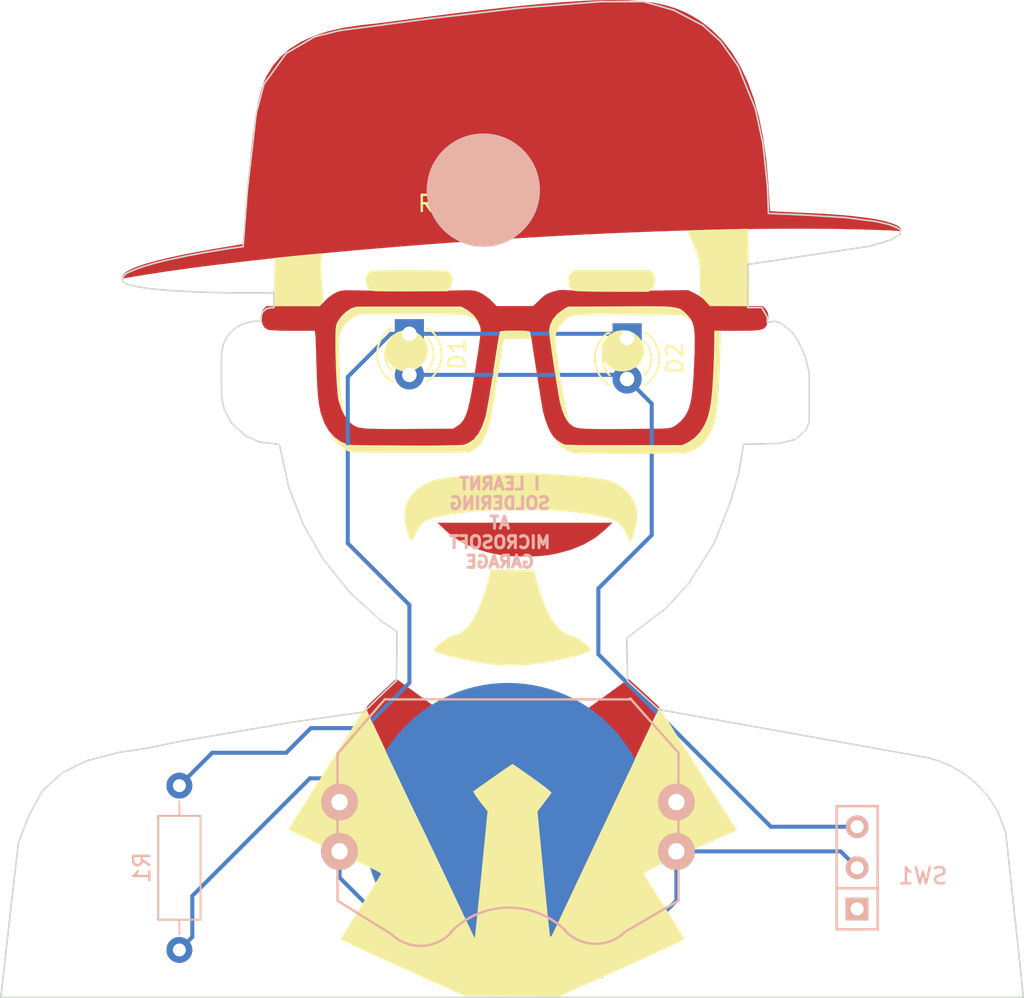
<source format=kicad_pcb>
(kicad_pcb (version 4) (host pcbnew 4.0.7)

  (general
    (links 9)
    (no_connects 0)
    (area 37.421595 77.455565 100.746203 139.461427)
    (thickness 1.6)
    (drawings 137)
    (tracks 42)
    (zones 0)
    (modules 11)
    (nets 6)
  )

  (page A4)
  (layers
    (0 F.Cu signal)
    (31 B.Cu signal)
    (32 B.Adhes user)
    (33 F.Adhes user)
    (34 B.Paste user)
    (35 F.Paste user)
    (36 B.SilkS user)
    (37 F.SilkS user)
    (38 B.Mask user)
    (39 F.Mask user)
    (40 Dwgs.User user)
    (41 Cmts.User user)
    (42 Eco1.User user)
    (43 Eco2.User user)
    (44 Edge.Cuts user)
    (45 Margin user)
    (46 B.CrtYd user)
    (47 F.CrtYd user)
    (48 B.Fab user)
    (49 F.Fab user)
  )

  (setup
    (last_trace_width 0.25)
    (trace_clearance 0.2)
    (zone_clearance 0.508)
    (zone_45_only no)
    (trace_min 0.2)
    (segment_width 0.2)
    (edge_width 0.15)
    (via_size 0.6)
    (via_drill 0.4)
    (via_min_size 0.4)
    (via_min_drill 0.3)
    (uvia_size 0.3)
    (uvia_drill 0.1)
    (uvias_allowed no)
    (uvia_min_size 0.2)
    (uvia_min_drill 0.1)
    (pcb_text_width 0.3)
    (pcb_text_size 1.5 1.5)
    (mod_edge_width 0.15)
    (mod_text_size 1 1)
    (mod_text_width 0.15)
    (pad_size 7 7)
    (pad_drill 0)
    (pad_to_mask_clearance 0.2)
    (aux_axis_origin 0 0)
    (visible_elements 7FFFEFFF)
    (pcbplotparams
      (layerselection 0x3f0ff_80000001)
      (usegerberextensions false)
      (excludeedgelayer true)
      (linewidth 0.100000)
      (plotframeref false)
      (viasonmask false)
      (mode 1)
      (useauxorigin false)
      (hpglpennumber 1)
      (hpglpenspeed 20)
      (hpglpendiameter 15)
      (hpglpenoverlay 2)
      (psnegative false)
      (psa4output false)
      (plotreference false)
      (plotvalue false)
      (plotinvisibletext false)
      (padsonsilk false)
      (subtractmaskfromsilk true)
      (outputformat 1)
      (mirror false)
      (drillshape 0)
      (scaleselection 1)
      (outputdirectory boyGERBERS2/))
  )

  (net 0 "")
  (net 1 "Net-(BT1-Pad1)")
  (net 2 "Net-(BT1-Pad2)")
  (net 3 "Net-(D1-Pad1)")
  (net 4 "Net-(D1-Pad2)")
  (net 5 "Net-(SW1-Pad1)")

  (net_class Default "This is the default net class."
    (clearance 0.2)
    (trace_width 0.25)
    (via_dia 0.6)
    (via_drill 0.4)
    (uvia_dia 0.3)
    (uvia_drill 0.1)
    (add_net "Net-(BT1-Pad1)")
    (add_net "Net-(BT1-Pad2)")
    (add_net "Net-(D1-Pad1)")
    (add_net "Net-(D1-Pad2)")
    (add_net "Net-(SW1-Pad1)")
  )

  (module footprints:BATT_CR2032 (layer B.Cu) (tedit 0) (tstamp 5BA19666)
    (at 68.834 128.778 180)
    (tags battery)
    (path /5B95F774)
    (fp_text reference BT1 (at 0 -5.08 180) (layer B.SilkS) hide
      (effects (font (size 1.72974 1.08712) (thickness 0.27178)) (justify mirror))
    )
    (fp_text value Battery (at 0 2.54 180) (layer B.SilkS) hide
      (effects (font (size 1.524 1.016) (thickness 0.254)) (justify mirror))
    )
    (fp_line (start -7.1755 -6.5405) (end -10.541 -4.572) (layer B.SilkS) (width 0.15))
    (fp_line (start 7.1755 -6.6675) (end 10.541 -4.572) (layer B.SilkS) (width 0.15))
    (fp_arc (start -5.4229 -4.6355) (end -3.5179 -6.4135) (angle -90) (layer B.SilkS) (width 0.15))
    (fp_arc (start 5.4102 -4.7625) (end 7.1882 -6.6675) (angle -90) (layer B.SilkS) (width 0.15))
    (fp_arc (start -0.0635 -10.033) (end -3.556 -6.4135) (angle -90) (layer B.SilkS) (width 0.15))
    (fp_line (start 7.62 7.874) (end 10.541 4.5085) (layer B.SilkS) (width 0.15))
    (fp_line (start -10.541 4.572) (end -7.5565 7.9375) (layer B.SilkS) (width 0.15))
    (fp_line (start -7.62 7.874) (end 7.62 7.874) (layer B.SilkS) (width 0.15))
    (fp_line (start -10.541 -4.572) (end -10.541 4.572) (layer B.SilkS) (width 0.15))
    (fp_line (start 10.541 -4.572) (end 10.541 4.572) (layer B.SilkS) (width 0.15))
    (fp_circle (center 0 0) (end -10.16 0) (layer Dwgs.User) (width 0.15))
    (pad 1 thru_hole circle (at -10.414 -1.524 180) (size 2.286 2.286) (drill 1.016) (layers *.Cu *.Mask B.SilkS)
      (net 1 "Net-(BT1-Pad1)"))
    (pad 1 thru_hole circle (at 10.414 -1.524 180) (size 2.286 2.286) (drill 1.016) (layers *.Cu *.Mask B.SilkS)
      (net 1 "Net-(BT1-Pad1)"))
    (pad 1 thru_hole circle (at -10.414 1.524 180) (size 2.286 2.286) (drill 1.016) (layers *.Cu *.Mask B.SilkS)
      (net 1 "Net-(BT1-Pad1)"))
    (pad 1 thru_hole circle (at 10.414 1.524 180) (size 2.286 2.286) (drill 1.016) (layers *.Cu *.Mask B.SilkS)
      (net 1 "Net-(BT1-Pad1)"))
    (pad 2 smd circle (at 0 0 180) (size 17.78 17.78) (layers B.Cu B.Paste B.Mask)
      (net 2 "Net-(BT1-Pad2)"))
  )

  (module LEDs:LED_D3.0mm (layer F.Cu) (tedit 587A3A7B) (tstamp 5BA19679)
    (at 62.738 98.298 270)
    (descr "LED, diameter 3.0mm, 2 pins")
    (tags "LED diameter 3.0mm 2 pins")
    (path /5B958A67)
    (fp_text reference D1 (at 1.27 -2.96 270) (layer F.SilkS)
      (effects (font (size 1 1) (thickness 0.15)))
    )
    (fp_text value LED (at 1.27 2.96 270) (layer F.Fab)
      (effects (font (size 1 1) (thickness 0.15)))
    )
    (fp_arc (start 1.27 0) (end -0.23 -1.16619) (angle 284.3) (layer F.Fab) (width 0.1))
    (fp_arc (start 1.27 0) (end -0.29 -1.235516) (angle 108.8) (layer F.SilkS) (width 0.12))
    (fp_arc (start 1.27 0) (end -0.29 1.235516) (angle -108.8) (layer F.SilkS) (width 0.12))
    (fp_arc (start 1.27 0) (end 0.229039 -1.08) (angle 87.9) (layer F.SilkS) (width 0.12))
    (fp_arc (start 1.27 0) (end 0.229039 1.08) (angle -87.9) (layer F.SilkS) (width 0.12))
    (fp_circle (center 1.27 0) (end 2.77 0) (layer F.Fab) (width 0.1))
    (fp_line (start -0.23 -1.16619) (end -0.23 1.16619) (layer F.Fab) (width 0.1))
    (fp_line (start -0.29 -1.236) (end -0.29 -1.08) (layer F.SilkS) (width 0.12))
    (fp_line (start -0.29 1.08) (end -0.29 1.236) (layer F.SilkS) (width 0.12))
    (fp_line (start -1.15 -2.25) (end -1.15 2.25) (layer F.CrtYd) (width 0.05))
    (fp_line (start -1.15 2.25) (end 3.7 2.25) (layer F.CrtYd) (width 0.05))
    (fp_line (start 3.7 2.25) (end 3.7 -2.25) (layer F.CrtYd) (width 0.05))
    (fp_line (start 3.7 -2.25) (end -1.15 -2.25) (layer F.CrtYd) (width 0.05))
    (pad 1 thru_hole rect (at 0 0 270) (size 1.8 1.8) (drill 0.9) (layers *.Cu *.Mask)
      (net 3 "Net-(D1-Pad1)"))
    (pad 2 thru_hole circle (at 2.54 0 270) (size 1.8 1.8) (drill 0.9) (layers *.Cu *.Mask)
      (net 4 "Net-(D1-Pad2)"))
    (model ${KISYS3DMOD}/LEDs.3dshapes/LED_D3.0mm.wrl
      (at (xyz 0 0 0))
      (scale (xyz 0.393701 0.393701 0.393701))
      (rotate (xyz 0 0 0))
    )
  )

  (module LEDs:LED_D3.0mm (layer F.Cu) (tedit 587A3A7B) (tstamp 5BA1968C)
    (at 76.2 98.552 270)
    (descr "LED, diameter 3.0mm, 2 pins")
    (tags "LED diameter 3.0mm 2 pins")
    (path /5B958A90)
    (fp_text reference D2 (at 1.27 -2.96 270) (layer F.SilkS)
      (effects (font (size 1 1) (thickness 0.15)))
    )
    (fp_text value LED (at 1.27 2.96 270) (layer F.Fab)
      (effects (font (size 1 1) (thickness 0.15)))
    )
    (fp_arc (start 1.27 0) (end -0.23 -1.16619) (angle 284.3) (layer F.Fab) (width 0.1))
    (fp_arc (start 1.27 0) (end -0.29 -1.235516) (angle 108.8) (layer F.SilkS) (width 0.12))
    (fp_arc (start 1.27 0) (end -0.29 1.235516) (angle -108.8) (layer F.SilkS) (width 0.12))
    (fp_arc (start 1.27 0) (end 0.229039 -1.08) (angle 87.9) (layer F.SilkS) (width 0.12))
    (fp_arc (start 1.27 0) (end 0.229039 1.08) (angle -87.9) (layer F.SilkS) (width 0.12))
    (fp_circle (center 1.27 0) (end 2.77 0) (layer F.Fab) (width 0.1))
    (fp_line (start -0.23 -1.16619) (end -0.23 1.16619) (layer F.Fab) (width 0.1))
    (fp_line (start -0.29 -1.236) (end -0.29 -1.08) (layer F.SilkS) (width 0.12))
    (fp_line (start -0.29 1.08) (end -0.29 1.236) (layer F.SilkS) (width 0.12))
    (fp_line (start -1.15 -2.25) (end -1.15 2.25) (layer F.CrtYd) (width 0.05))
    (fp_line (start -1.15 2.25) (end 3.7 2.25) (layer F.CrtYd) (width 0.05))
    (fp_line (start 3.7 2.25) (end 3.7 -2.25) (layer F.CrtYd) (width 0.05))
    (fp_line (start 3.7 -2.25) (end -1.15 -2.25) (layer F.CrtYd) (width 0.05))
    (pad 1 thru_hole rect (at 0 0 270) (size 1.8 1.8) (drill 0.9) (layers *.Cu *.Mask)
      (net 3 "Net-(D1-Pad1)"))
    (pad 2 thru_hole circle (at 2.54 0 270) (size 1.8 1.8) (drill 0.9) (layers *.Cu *.Mask)
      (net 4 "Net-(D1-Pad2)"))
    (model ${KISYS3DMOD}/LEDs.3dshapes/LED_D3.0mm.wrl
      (at (xyz 0 0 0))
      (scale (xyz 0.393701 0.393701 0.393701))
      (rotate (xyz 0 0 0))
    )
  )

  (module Resistors_THT:R_Axial_DIN0207_L6.3mm_D2.5mm_P10.16mm_Horizontal (layer B.Cu) (tedit 5874F706) (tstamp 5BA196A2)
    (at 48.514 126.238 270)
    (descr "Resistor, Axial_DIN0207 series, Axial, Horizontal, pin pitch=10.16mm, 0.25W = 1/4W, length*diameter=6.3*2.5mm^2, http://cdn-reichelt.de/documents/datenblatt/B400/1_4W%23YAG.pdf")
    (tags "Resistor Axial_DIN0207 series Axial Horizontal pin pitch 10.16mm 0.25W = 1/4W length 6.3mm diameter 2.5mm")
    (path /5B95F731)
    (fp_text reference R1 (at 5.08 2.31 270) (layer B.SilkS)
      (effects (font (size 1 1) (thickness 0.15)) (justify mirror))
    )
    (fp_text value 100 (at 5.08 -2.31 270) (layer B.Fab)
      (effects (font (size 1 1) (thickness 0.15)) (justify mirror))
    )
    (fp_line (start 1.93 1.25) (end 1.93 -1.25) (layer B.Fab) (width 0.1))
    (fp_line (start 1.93 -1.25) (end 8.23 -1.25) (layer B.Fab) (width 0.1))
    (fp_line (start 8.23 -1.25) (end 8.23 1.25) (layer B.Fab) (width 0.1))
    (fp_line (start 8.23 1.25) (end 1.93 1.25) (layer B.Fab) (width 0.1))
    (fp_line (start 0 0) (end 1.93 0) (layer B.Fab) (width 0.1))
    (fp_line (start 10.16 0) (end 8.23 0) (layer B.Fab) (width 0.1))
    (fp_line (start 1.87 1.31) (end 1.87 -1.31) (layer B.SilkS) (width 0.12))
    (fp_line (start 1.87 -1.31) (end 8.29 -1.31) (layer B.SilkS) (width 0.12))
    (fp_line (start 8.29 -1.31) (end 8.29 1.31) (layer B.SilkS) (width 0.12))
    (fp_line (start 8.29 1.31) (end 1.87 1.31) (layer B.SilkS) (width 0.12))
    (fp_line (start 0.98 0) (end 1.87 0) (layer B.SilkS) (width 0.12))
    (fp_line (start 9.18 0) (end 8.29 0) (layer B.SilkS) (width 0.12))
    (fp_line (start -1.05 1.6) (end -1.05 -1.6) (layer B.CrtYd) (width 0.05))
    (fp_line (start -1.05 -1.6) (end 11.25 -1.6) (layer B.CrtYd) (width 0.05))
    (fp_line (start 11.25 -1.6) (end 11.25 1.6) (layer B.CrtYd) (width 0.05))
    (fp_line (start 11.25 1.6) (end -1.05 1.6) (layer B.CrtYd) (width 0.05))
    (pad 1 thru_hole circle (at 0 0 270) (size 1.6 1.6) (drill 0.8) (layers *.Cu *.Mask)
      (net 3 "Net-(D1-Pad1)"))
    (pad 2 thru_hole oval (at 10.16 0 270) (size 1.6 1.6) (drill 0.8) (layers *.Cu *.Mask)
      (net 2 "Net-(BT1-Pad2)"))
    (model ${KISYS3DMOD}/Resistors_THT.3dshapes/R_Axial_DIN0207_L6.3mm_D2.5mm_P10.16mm_Horizontal.wrl
      (at (xyz 0 0 0))
      (scale (xyz 0.393701 0.393701 0.393701))
      (rotate (xyz 0 0 0))
    )
  )

  (module footprints:SW_Micro_SPST (layer B.Cu) (tedit 5A812D1A) (tstamp 5BA196B3)
    (at 90.424 131.318 90)
    (tags "Switch Micro SPST")
    (path /5B95F7A9)
    (fp_text reference SW1 (at -0.508 4.064 360) (layer B.SilkS)
      (effects (font (size 1 1) (thickness 0.15)) (justify mirror))
    )
    (fp_text value SW_SPDT (at 0.025 -2.45 90) (layer B.Fab)
      (effects (font (size 1 1) (thickness 0.15)) (justify mirror))
    )
    (fp_text user "E-Switch EG128" (at -2 1 270) (layer B.CrtYd)
      (effects (font (size 0.5 0.5) (thickness 0.125)) (justify mirror))
    )
    (fp_line (start 5.75 2) (end 5.75 -2) (layer B.CrtYd) (width 0.15))
    (fp_line (start -5.75 2) (end -5.75 -2) (layer B.CrtYd) (width 0.15))
    (fp_line (start -5.75 -2) (end 5.75 -2) (layer B.CrtYd) (width 0.15))
    (fp_line (start -5.75 2) (end 5.75 2) (layer B.CrtYd) (width 0.15))
    (fp_line (start -3.81 -1.27) (end -3.81 1.27) (layer B.SilkS) (width 0.15))
    (fp_line (start -3.81 1.27) (end 3.81 1.27) (layer B.SilkS) (width 0.15))
    (fp_line (start 3.81 1.27) (end 3.81 -1.27) (layer B.SilkS) (width 0.15))
    (fp_line (start 3.81 -1.27) (end -3.81 -1.27) (layer B.SilkS) (width 0.15))
    (fp_line (start -1.27 1.27) (end -1.27 -1.27) (layer B.SilkS) (width 0.15))
    (pad 1 thru_hole rect (at -2.54 0 90) (size 1.397 1.397) (drill 0.8128) (layers *.Cu *.Mask B.SilkS)
      (net 5 "Net-(SW1-Pad1)"))
    (pad 2 thru_hole circle (at 0 0 90) (size 1.397 1.397) (drill 0.8128) (layers *.Cu *.Mask B.SilkS)
      (net 1 "Net-(BT1-Pad1)"))
    (pad 3 thru_hole circle (at 2.54 0 90) (size 1.397 1.397) (drill 0.8128) (layers *.Cu *.Mask B.SilkS)
      (net 4 "Net-(D1-Pad2)"))
    (model Buttons_Switches_ThroughHole.3dshapes/SW_Micro_SPST.wrl
      (at (xyz 0 0 0))
      (scale (xyz 0.33 0.33 0.33))
      (rotate (xyz 0 0 0))
    )
  )

  (module pin:clutch_pin (layer F.Cu) (tedit 5BA1ACB6) (tstamp 5BA1AD8F)
    (at 67.31 89.408)
    (fp_text reference REF** (at -1.9 0.84) (layer F.SilkS)
      (effects (font (size 1 1) (thickness 0.15)))
    )
    (fp_text value clutch_pin (at 0 6.35) (layer F.Fab)
      (effects (font (size 1 1) (thickness 0.15)))
    )
    (pad 1 smd circle (at 0 0 90) (size 7 7) (layers B.Cu B.Paste B.SilkS B.Mask))
  )

  (module Dog:boy_FMask (layer F.Cu) (tedit 0) (tstamp 5BA1DED4)
    (at 69.088 108.458)
    (fp_text reference G*** (at 0 0) (layer F.SilkS) hide
      (effects (font (thickness 0.3)))
    )
    (fp_text value LOGO (at 0.75 0) (layer F.SilkS) hide
      (effects (font (thickness 0.3)))
    )
    (fp_poly (pts (xy -6.993577 11.299454) (xy -6.914257 11.357209) (xy -6.741029 11.482815) (xy -6.482922 11.66974)
      (xy -6.148965 11.911451) (xy -5.748187 12.201417) (xy -5.289617 12.533104) (xy -4.782286 12.899981)
      (xy -4.235221 13.295516) (xy -3.657452 13.713176) (xy -3.416882 13.887059) (xy -2.834524 14.308407)
      (xy -2.283466 14.707957) (xy -1.772196 15.079501) (xy -1.309198 15.416832) (xy -0.902961 15.713741)
      (xy -0.561968 15.964022) (xy -0.294708 16.161466) (xy -0.109667 16.299866) (xy -0.01533 16.373015)
      (xy -0.004731 16.383) (xy -0.054223 16.423381) (xy -0.195856 16.528731) (xy -0.418014 16.690779)
      (xy -0.709082 16.901258) (xy -1.057443 17.151901) (xy -1.451481 17.434438) (xy -1.879581 17.740603)
      (xy -2.330125 18.062126) (xy -2.791498 18.39074) (xy -3.252085 18.718177) (xy -3.700268 19.036169)
      (xy -4.124432 19.336447) (xy -4.512961 19.610744) (xy -4.854239 19.850791) (xy -5.13665 20.048321)
      (xy -5.348577 20.195066) (xy -5.478405 20.282756) (xy -5.514329 20.304618) (xy -5.559707 20.258687)
      (xy -5.645643 20.121804) (xy -5.758017 19.917645) (xy -5.836169 19.764868) (xy -5.918441 19.596712)
      (xy -6.044506 19.335149) (xy -6.208172 18.99328) (xy -6.403249 18.584205) (xy -6.623543 18.121025)
      (xy -6.862864 17.616843) (xy -7.11502 17.084757) (xy -7.373818 16.537871) (xy -7.633068 15.989285)
      (xy -7.886577 15.452099) (xy -8.128153 14.939416) (xy -8.351605 14.464335) (xy -8.550741 14.039959)
      (xy -8.71937 13.679388) (xy -8.851299 13.395723) (xy -8.940336 13.202066) (xy -8.978366 13.116327)
      (xy -9.002175 13.051397) (xy -9.007297 12.991307) (xy -8.982761 12.922651) (xy -8.917598 12.832023)
      (xy -8.800837 12.706017) (xy -8.621509 12.531229) (xy -8.368644 12.294251) (xy -8.10802 12.052722)
      (xy -7.160904 11.17604) (xy -6.993577 11.299454)) (layer F.Mask) (width 0.01))
    (fp_poly (pts (xy 7.617993 11.559563) (xy 7.847727 11.76741) (xy 8.127022 12.022694) (xy 8.412813 12.285963)
      (xy 8.567158 12.429171) (xy 9.101567 12.926725) (xy 7.558153 16.194737) (xy 7.2669 16.811612)
      (xy 6.986584 17.40566) (xy 6.72288 17.964836) (xy 6.48146 18.477095) (xy 6.267998 18.930392)
      (xy 6.088165 19.312681) (xy 5.947636 19.611918) (xy 5.852084 19.816058) (xy 5.817244 19.891042)
      (xy 5.718227 20.097107) (xy 5.637794 20.248643) (xy 5.591238 20.317131) (xy 5.588 20.318478)
      (xy 5.531657 20.282632) (xy 5.381517 20.179959) (xy 5.147262 20.017257) (xy 4.838576 19.801322)
      (xy 4.465145 19.538951) (xy 4.036651 19.23694) (xy 3.56278 18.902086) (xy 3.053214 18.541186)
      (xy 2.82575 18.379834) (xy 2.303975 18.00888) (xy 1.81439 17.659534) (xy 1.366624 17.338758)
      (xy 0.970308 17.05351) (xy 0.635073 16.810752) (xy 0.37055 16.617443) (xy 0.186369 16.480545)
      (xy 0.092161 16.407017) (xy 0.081721 16.396647) (xy 0.129564 16.352806) (xy 0.272209 16.240837)
      (xy 0.501409 16.066837) (xy 0.808915 15.836904) (xy 1.186479 15.557136) (xy 1.625851 15.23363)
      (xy 2.118784 14.872484) (xy 2.657029 14.479796) (xy 3.232338 14.061662) (xy 3.635714 13.76938)
      (xy 7.203236 11.187511) (xy 7.617993 11.559563)) (layer F.Mask) (width 0.01))
    (fp_poly (pts (xy 3.345895 -12.861652) (xy 3.379836 -12.858068) (xy 3.535907 -12.848343) (xy 3.805515 -12.840068)
      (xy 4.175205 -12.833275) (xy 4.631524 -12.827995) (xy 5.161016 -12.824262) (xy 5.750227 -12.822105)
      (xy 6.385703 -12.821558) (xy 7.053987 -12.822651) (xy 7.741627 -12.825416) (xy 8.435166 -12.829886)
      (xy 9.121152 -12.836091) (xy 9.717072 -12.843134) (xy 10.893394 -12.85875) (xy 11.317104 -12.650042)
      (xy 11.644141 -12.456165) (xy 11.921273 -12.230324) (xy 11.990287 -12.157917) (xy 12.239761 -11.874501)
      (xy 15.499772 -11.874501) (xy 15.651428 -11.722845) (xy 15.801328 -11.485985) (xy 15.848681 -11.18655)
      (xy 15.796243 -10.8585) (xy 15.744944 -10.707814) (xy 15.679436 -10.590178) (xy 15.584547 -10.501531)
      (xy 15.445104 -10.43781) (xy 15.245936 -10.394952) (xy 14.971869 -10.368896) (xy 14.607732 -10.355579)
      (xy 14.138352 -10.350939) (xy 13.89928 -10.350599) (xy 12.526811 -10.3505) (xy 12.483265 -8.937625)
      (xy 12.453948 -8.107477) (xy 12.419863 -7.391855) (xy 12.379377 -6.778327) (xy 12.330858 -6.254458)
      (xy 12.272672 -5.807815) (xy 12.203186 -5.425963) (xy 12.120767 -5.096469) (xy 12.023781 -4.806898)
      (xy 11.910595 -4.544817) (xy 11.90465 -4.532558) (xy 11.636229 -4.098445) (xy 11.296621 -3.734864)
      (xy 10.910849 -3.468087) (xy 10.872116 -3.448441) (xy 10.50925 -3.27025) (xy 3.33375 -3.27025)
      (xy 3.026739 -3.421397) (xy 2.72262 -3.62927) (xy 2.509699 -3.86196) (xy 2.361544 -4.112204)
      (xy 2.208717 -4.449149) (xy 2.066357 -4.83405) (xy 1.949607 -5.228164) (xy 1.909609 -5.3975)
      (xy 1.887258 -5.518183) (xy 1.84928 -5.741693) (xy 1.798343 -6.051045) (xy 1.737109 -6.429251)
      (xy 1.668245 -6.859327) (xy 1.594417 -7.324286) (xy 1.518288 -7.807142) (xy 1.442525 -8.290908)
      (xy 1.369793 -8.7586) (xy 1.302757 -9.19323) (xy 1.244081 -9.577813) (xy 1.196433 -9.895363)
      (xy 1.162475 -10.128893) (xy 1.144875 -10.261418) (xy 1.143 -10.283245) (xy 1.079984 -10.312995)
      (xy 0.968273 -10.325626) (xy 2.286 -10.325626) (xy 2.295973 -10.192439) (xy 2.323949 -9.953147)
      (xy 2.367009 -9.62691) (xy 2.422235 -9.232888) (xy 2.48671 -8.790242) (xy 2.557516 -8.31813)
      (xy 2.631735 -7.835713) (xy 2.706449 -7.362151) (xy 2.77874 -6.916605) (xy 2.845692 -6.518234)
      (xy 2.904385 -6.186199) (xy 2.951903 -5.939658) (xy 2.959117 -5.9055) (xy 3.092884 -5.419704)
      (xy 3.265089 -5.010781) (xy 3.466325 -4.699419) (xy 3.546995 -4.612377) (xy 3.635508 -4.530454)
      (xy 3.722856 -4.462198) (xy 3.820912 -4.406432) (xy 3.941547 -4.361979) (xy 4.096634 -4.327663)
      (xy 4.298042 -4.302305) (xy 4.557644 -4.284731) (xy 4.887312 -4.273762) (xy 5.298916 -4.268222)
      (xy 5.804329 -4.266934) (xy 6.415421 -4.268722) (xy 6.985 -4.271557) (xy 7.649892 -4.275258)
      (xy 8.199973 -4.279046) (xy 8.647428 -4.283537) (xy 9.004443 -4.289348) (xy 9.283207 -4.297098)
      (xy 9.495904 -4.307402) (xy 9.654721 -4.320878) (xy 9.771846 -4.338144) (xy 9.859464 -4.359816)
      (xy 9.929763 -4.386512) (xy 9.994929 -4.418848) (xy 10.005581 -4.424527) (xy 10.202737 -4.556305)
      (xy 10.412428 -4.735251) (xy 10.504861 -4.829504) (xy 10.682336 -5.050482) (xy 10.827949 -5.292964)
      (xy 10.945587 -5.572812) (xy 11.039139 -5.90589) (xy 11.112491 -6.30806) (xy 11.169533 -6.795184)
      (xy 11.214152 -7.383124) (xy 11.23804 -7.820788) (xy 11.270219 -8.522473) (xy 11.291635 -9.11049)
      (xy 11.300669 -9.597844) (xy 11.295707 -9.997539) (xy 11.275129 -10.322578) (xy 11.237319 -10.585963)
      (xy 11.180661 -10.8007) (xy 11.103536 -10.979791) (xy 11.004328 -11.13624) (xy 10.881421 -11.283051)
      (xy 10.796551 -11.370996) (xy 10.687491 -11.479199) (xy 10.586761 -11.570871) (xy 10.483322 -11.647318)
      (xy 10.366135 -11.709848) (xy 10.224162 -11.759769) (xy 10.046364 -11.798388) (xy 9.821701 -11.827011)
      (xy 9.539136 -11.846948) (xy 9.18763 -11.859504) (xy 8.756143 -11.865988) (xy 8.233637 -11.867706)
      (xy 7.609074 -11.865966) (xy 6.871414 -11.862076) (xy 6.660213 -11.860876) (xy 3.46075 -11.84275)
      (xy 3.167834 -11.670553) (xy 2.798694 -11.395907) (xy 2.520664 -11.067056) (xy 2.345763 -10.702334)
      (xy 2.286 -10.325626) (xy 0.968273 -10.325626) (xy 0.892318 -10.334214) (xy 0.582077 -10.346754)
      (xy 0.191709 -10.3505) (xy -0.173949 -10.349854) (xy -0.432194 -10.346019) (xy -0.602609 -10.336146)
      (xy -0.704781 -10.317392) (xy -0.758295 -10.286908) (xy -0.782736 -10.241849) (xy -0.791373 -10.207625)
      (xy -0.808117 -10.113518) (xy -0.841689 -9.908982) (xy -0.889702 -9.609127) (xy -0.949767 -9.22906)
      (xy -1.019496 -8.783893) (xy -1.0965 -8.288732) (xy -1.175301 -7.77875) (xy -1.261038 -7.232081)
      (xy -1.346466 -6.705695) (xy -1.428448 -6.217607) (xy -1.50385 -5.785828) (xy -1.569536 -5.428373)
      (xy -1.622371 -5.163254) (xy -1.654771 -5.024188) (xy -1.852314 -4.4403) (xy -2.095448 -3.974861)
      (xy -2.384268 -3.627748) (xy -2.718872 -3.398839) (xy -2.991543 -3.306422) (xy -3.121128 -3.292522)
      (xy -3.36197 -3.280393) (xy -3.699064 -3.270034) (xy -4.117399 -3.261443) (xy -4.601969 -3.254616)
      (xy -5.137765 -3.249552) (xy -5.709781 -3.246248) (xy -6.303007 -3.244701) (xy -6.902436 -3.244909)
      (xy -7.49306 -3.24687) (xy -8.059872 -3.250581) (xy -8.587863 -3.256039) (xy -9.062025 -3.263243)
      (xy -9.467351 -3.272189) (xy -9.788833 -3.282876) (xy -10.011463 -3.2953) (xy -10.113362 -3.307592)
      (xy -10.568293 -3.478468) (xy -10.971306 -3.760862) (xy -11.316505 -4.147928) (xy -11.597995 -4.632815)
      (xy -11.80988 -5.208675) (xy -11.837312 -5.310287) (xy -11.903693 -5.612215) (xy -11.958988 -5.965346)
      (xy -12.004402 -6.383947) (xy -12.04114 -6.882286) (xy -12.070406 -7.474631) (xy -12.093406 -8.17525)
      (xy -12.099384 -8.41375) (xy -12.110806 -8.85316) (xy -12.123429 -9.260583) (xy -12.136452 -9.615399)
      (xy -12.145162 -9.809698) (xy -10.929474 -9.809698) (xy -10.927854 -9.368438) (xy -10.927585 -9.3345)
      (xy -10.918596 -8.748153) (xy -10.901901 -8.170663) (xy -10.878614 -7.62066) (xy -10.849851 -7.116771)
      (xy -10.816728 -6.677627) (xy -10.780359 -6.321856) (xy -10.741861 -6.068088) (xy -10.728415 -6.00808)
      (xy -10.561951 -5.503351) (xy -10.343647 -5.070923) (xy -10.084935 -4.73059) (xy -9.893864 -4.563359)
      (xy -9.789301 -4.493211) (xy -9.681995 -4.43479) (xy -9.55987 -4.387098) (xy -9.410853 -4.349138)
      (xy -9.222871 -4.319911) (xy -8.983848 -4.298419) (xy -8.681711 -4.283664) (xy -8.304386 -4.274649)
      (xy -7.839798 -4.270376) (xy -7.275875 -4.269846) (xy -6.600542 -4.272062) (xy -6.38175 -4.273078)
      (xy -3.65125 -4.28625) (xy -3.408851 -4.436946) (xy -3.258011 -4.542696) (xy -3.125915 -4.666783)
      (xy -3.008965 -4.820505) (xy -2.903565 -5.01516) (xy -2.806119 -5.262044) (xy -2.713031 -5.572455)
      (xy -2.620704 -5.95769) (xy -2.525542 -6.429047) (xy -2.423949 -6.997822) (xy -2.312328 -7.675312)
      (xy -2.247376 -8.085493) (xy -2.153843 -8.68641) (xy -2.079577 -9.175653) (xy -2.023068 -9.566839)
      (xy -1.982805 -9.873582) (xy -1.957279 -10.109497) (xy -1.944978 -10.288201) (xy -1.944392 -10.423309)
      (xy -1.954011 -10.528435) (xy -1.968284 -10.601119) (xy -2.119906 -10.976614) (xy -2.373222 -11.318445)
      (xy -2.702937 -11.594607) (xy -2.799044 -11.65225) (xy -3.14325 -11.84275) (xy -6.44525 -11.84275)
      (xy -7.177087 -11.84265) (xy -7.792887 -11.842066) (xy -8.303611 -11.840574) (xy -8.720223 -11.83775)
      (xy -9.053685 -11.833171) (xy -9.314959 -11.826413) (xy -9.515009 -11.817052) (xy -9.664797 -11.804664)
      (xy -9.775284 -11.788825) (xy -9.857435 -11.769111) (xy -9.92221 -11.745099) (xy -9.980573 -11.716365)
      (xy -10.00125 -11.705256) (xy -10.301176 -11.497089) (xy -10.573924 -11.225707) (xy -10.779735 -10.933181)
      (xy -10.831487 -10.82675) (xy -10.86949 -10.715735) (xy -10.897012 -10.578374) (xy -10.915331 -10.394814)
      (xy -10.925726 -10.145206) (xy -10.929474 -9.809698) (xy -12.145162 -9.809698) (xy -12.149075 -9.896986)
      (xy -12.160499 -10.084723) (xy -12.166503 -10.144125) (xy -12.197755 -10.3505) (xy -13.550652 -10.3505)
      (xy -14.038616 -10.354001) (xy -14.453895 -10.364067) (xy -14.782106 -10.380048) (xy -15.008869 -10.401293)
      (xy -15.105454 -10.420885) (xy -15.308903 -10.551502) (xy -15.436858 -10.777652) (xy -15.491521 -11.103792)
      (xy -15.494 -11.207483) (xy -15.482994 -11.435185) (xy -15.440185 -11.585193) (xy -15.350894 -11.705655)
      (xy -15.338137 -11.718637) (xy -15.182273 -11.8745) (xy -11.87959 -11.8745) (xy -11.583328 -12.191228)
      (xy -11.363396 -12.392679) (xy -11.105389 -12.58158) (xy -10.929909 -12.683353) (xy -10.782044 -12.753043)
      (xy -10.653106 -12.800802) (xy -10.515064 -12.830217) (xy -10.33989 -12.844876) (xy -10.099553 -12.848364)
      (xy -9.766024 -12.844268) (xy -9.68375 -12.842821) (xy -9.346407 -12.838223) (xy -8.905803 -12.834429)
      (xy -8.382115 -12.831437) (xy -7.795523 -12.82925) (xy -7.166202 -12.827867) (xy -6.514331 -12.827289)
      (xy -5.860088 -12.827515) (xy -5.22365 -12.828546) (xy -4.625194 -12.830383) (xy -4.084899 -12.833025)
      (xy -3.622942 -12.836474) (xy -3.2595 -12.840729) (xy -3.14325 -12.842715) (xy -2.799229 -12.847798)
      (xy -2.551757 -12.844769) (xy -2.370449 -12.829659) (xy -2.224921 -12.7985) (xy -2.084791 -12.747324)
      (xy -1.951361 -12.687059) (xy -1.697816 -12.539711) (xy -1.43259 -12.34128) (xy -1.272858 -12.194934)
      (xy -0.960746 -11.8745) (xy 1.307258 -11.8745) (xy 1.69525 -12.251811) (xy 1.920395 -12.458112)
      (xy 2.112802 -12.595806) (xy 2.320447 -12.694337) (xy 2.532332 -12.765529) (xy 2.830589 -12.843584)
      (xy 3.07999 -12.873246) (xy 3.345895 -12.861652)) (layer F.Mask) (width 0.01))
    (fp_poly (pts (xy 7.21961 -30.777841) (xy 8.087538 -30.71643) (xy 8.86648 -30.609387) (xy 9.572533 -30.452902)
      (xy 10.221792 -30.243164) (xy 10.830355 -29.976363) (xy 11.414318 -29.648687) (xy 11.598763 -29.530256)
      (xy 12.324124 -28.979042) (xy 12.981393 -28.329099) (xy 13.57106 -27.579217) (xy 14.093616 -26.728185)
      (xy 14.549553 -25.774793) (xy 14.939361 -24.71783) (xy 15.263532 -23.556085) (xy 15.522556 -22.288347)
      (xy 15.716924 -20.913406) (xy 15.847128 -19.430052) (xy 15.872244 -18.993365) (xy 15.892626 -18.612307)
      (xy 15.912171 -18.277295) (xy 15.929598 -18.007986) (xy 15.943626 -17.824035) (xy 15.952974 -17.745099)
      (xy 15.953668 -17.743665) (xy 16.019407 -17.736197) (xy 16.195142 -17.724597) (xy 16.463968 -17.70975)
      (xy 16.80898 -17.692543) (xy 17.213273 -17.673863) (xy 17.622116 -17.656178) (xy 18.484881 -17.61722)
      (xy 19.241601 -17.576696) (xy 19.913229 -17.533086) (xy 20.520721 -17.484869) (xy 21.08503 -17.430525)
      (xy 21.627112 -17.368532) (xy 21.68525 -17.36131) (xy 22.317717 -17.269442) (xy 22.864727 -17.163839)
      (xy 23.318465 -17.046976) (xy 23.671115 -16.921328) (xy 23.91486 -16.78937) (xy 24.041886 -16.653577)
      (xy 24.056481 -16.610378) (xy 24.057236 -16.541327) (xy 24.004463 -16.514005) (xy 23.869082 -16.520482)
      (xy 23.771269 -16.532599) (xy 23.64273 -16.54274) (xy 23.402199 -16.554984) (xy 23.06466 -16.568816)
      (xy 22.645095 -16.583721) (xy 22.158486 -16.599182) (xy 21.619815 -16.614684) (xy 21.044066 -16.629711)
      (xy 20.73275 -16.637218) (xy 19.514529 -16.658222) (xy 18.183249 -16.667175) (xy 16.752253 -16.664309)
      (xy 15.234886 -16.649858) (xy 13.644491 -16.624054) (xy 11.994414 -16.587132) (xy 10.297998 -16.539323)
      (xy 8.568589 -16.480862) (xy 6.819529 -16.411981) (xy 6.12775 -16.382023) (xy 4.143759 -16.287876)
      (xy 2.141663 -16.181202) (xy 0.130905 -16.062847) (xy -1.879072 -15.933659) (xy -3.878825 -15.794485)
      (xy -5.858911 -15.646171) (xy -7.809887 -15.489564) (xy -9.722309 -15.325512) (xy -11.586736 -15.15486)
      (xy -13.393724 -14.978455) (xy -15.13383 -14.797145) (xy -16.797611 -14.611777) (xy -18.375623 -14.423196)
      (xy -19.858425 -14.232251) (xy -21.236573 -14.039787) (xy -22.500624 -13.846652) (xy -22.933244 -13.775903)
      (xy -23.348419 -13.706649) (xy -23.654748 -13.656046) (xy -23.868715 -13.622201) (xy -24.006803 -13.603219)
      (xy -24.085493 -13.597206) (xy -24.121267 -13.602268) (xy -24.130609 -13.616511) (xy -24.130001 -13.638041)
      (xy -24.13 -13.638371) (xy -24.096928 -13.722242) (xy -24.03033 -13.830042) (xy -23.859444 -13.988072)
      (xy -23.565213 -14.15293) (xy -23.151051 -14.323656) (xy -22.620376 -14.499292) (xy -21.976603 -14.678883)
      (xy -21.223147 -14.861468) (xy -20.363424 -15.046091) (xy -19.40085 -15.231794) (xy -18.412629 -15.405252)
      (xy -17.959051 -15.48182) (xy -17.548465 -15.551742) (xy -17.196922 -15.612235) (xy -16.920473 -15.660516)
      (xy -16.735169 -15.693802) (xy -16.657063 -15.709311) (xy -16.655633 -15.709864) (xy -16.647418 -15.773572)
      (xy -16.630951 -15.947307) (xy -16.607648 -16.214463) (xy -16.578922 -16.558436) (xy -16.546188 -16.962619)
      (xy -16.511552 -17.401534) (xy -16.410831 -18.650674) (xy -16.312392 -19.779879) (xy -16.215158 -20.796167)
      (xy -16.118053 -21.70656) (xy -16.019999 -22.518077) (xy -15.919921 -23.237737) (xy -15.816741 -23.872562)
      (xy -15.709383 -24.42957) (xy -15.59677 -24.915782) (xy -15.477827 -25.338217) (xy -15.351475 -25.703896)
      (xy -15.216638 -26.019838) (xy -15.177533 -26.099718) (xy -14.791726 -26.734153) (xy -14.308975 -27.298016)
      (xy -13.727503 -27.792227) (xy -13.045535 -28.217706) (xy -12.261296 -28.575373) (xy -11.373009 -28.866148)
      (xy -10.378899 -29.09095) (xy -9.277189 -29.250701) (xy -9.04875 -29.274441) (xy -8.713532 -29.309825)
      (xy -8.295826 -29.357916) (xy -7.838874 -29.413516) (xy -7.38592 -29.471432) (xy -7.1755 -29.499493)
      (xy -5.362184 -29.740726) (xy -3.669931 -29.956304) (xy -2.095485 -30.146543) (xy -0.635593 -30.311757)
      (xy 0.713 -30.452261) (xy 1.953549 -30.56837) (xy 3.089306 -30.660398) (xy 4.123528 -30.72866)
      (xy 5.059467 -30.77347) (xy 5.90038 -30.795145) (xy 6.2466 -30.797434) (xy 7.21961 -30.777841)) (layer F.Mask) (width 0.01))
  )

  (module Dog:boy_FCu (layer F.Cu) (tedit 0) (tstamp 5BA1DEDC)
    (at 69.088 108.458)
    (fp_text reference G*** (at 0 0) (layer F.SilkS) hide
      (effects (font (thickness 0.3)))
    )
    (fp_text value LOGO (at 0.75 0) (layer F.SilkS) hide
      (effects (font (thickness 0.3)))
    )
    (fp_poly (pts (xy -6.993577 11.299454) (xy -6.914257 11.357209) (xy -6.741029 11.482815) (xy -6.482922 11.66974)
      (xy -6.148965 11.911451) (xy -5.748187 12.201417) (xy -5.289617 12.533104) (xy -4.782286 12.899981)
      (xy -4.235221 13.295516) (xy -3.657452 13.713176) (xy -3.416882 13.887059) (xy -2.834524 14.308407)
      (xy -2.283466 14.707957) (xy -1.772196 15.079501) (xy -1.309198 15.416832) (xy -0.902961 15.713741)
      (xy -0.561968 15.964022) (xy -0.294708 16.161466) (xy -0.109667 16.299866) (xy -0.01533 16.373015)
      (xy -0.004731 16.383) (xy -0.054223 16.423381) (xy -0.195856 16.528731) (xy -0.418014 16.690779)
      (xy -0.709082 16.901258) (xy -1.057443 17.151901) (xy -1.451481 17.434438) (xy -1.879581 17.740603)
      (xy -2.330125 18.062126) (xy -2.791498 18.39074) (xy -3.252085 18.718177) (xy -3.700268 19.036169)
      (xy -4.124432 19.336447) (xy -4.512961 19.610744) (xy -4.854239 19.850791) (xy -5.13665 20.048321)
      (xy -5.348577 20.195066) (xy -5.478405 20.282756) (xy -5.514329 20.304618) (xy -5.559707 20.258687)
      (xy -5.645643 20.121804) (xy -5.758017 19.917645) (xy -5.836169 19.764868) (xy -5.918441 19.596712)
      (xy -6.044506 19.335149) (xy -6.208172 18.99328) (xy -6.403249 18.584205) (xy -6.623543 18.121025)
      (xy -6.862864 17.616843) (xy -7.11502 17.084757) (xy -7.373818 16.537871) (xy -7.633068 15.989285)
      (xy -7.886577 15.452099) (xy -8.128153 14.939416) (xy -8.351605 14.464335) (xy -8.550741 14.039959)
      (xy -8.71937 13.679388) (xy -8.851299 13.395723) (xy -8.940336 13.202066) (xy -8.978366 13.116327)
      (xy -9.002175 13.051397) (xy -9.007297 12.991307) (xy -8.982761 12.922651) (xy -8.917598 12.832023)
      (xy -8.800837 12.706017) (xy -8.621509 12.531229) (xy -8.368644 12.294251) (xy -8.10802 12.052722)
      (xy -7.160904 11.17604) (xy -6.993577 11.299454)) (layer F.Cu) (width 0.01))
    (fp_poly (pts (xy 7.617993 11.559563) (xy 7.847727 11.76741) (xy 8.127022 12.022694) (xy 8.412813 12.285963)
      (xy 8.567158 12.429171) (xy 9.101567 12.926725) (xy 7.558153 16.194737) (xy 7.2669 16.811612)
      (xy 6.986584 17.40566) (xy 6.72288 17.964836) (xy 6.48146 18.477095) (xy 6.267998 18.930392)
      (xy 6.088165 19.312681) (xy 5.947636 19.611918) (xy 5.852084 19.816058) (xy 5.817244 19.891042)
      (xy 5.718227 20.097107) (xy 5.637794 20.248643) (xy 5.591238 20.317131) (xy 5.588 20.318478)
      (xy 5.531657 20.282632) (xy 5.381517 20.179959) (xy 5.147262 20.017257) (xy 4.838576 19.801322)
      (xy 4.465145 19.538951) (xy 4.036651 19.23694) (xy 3.56278 18.902086) (xy 3.053214 18.541186)
      (xy 2.82575 18.379834) (xy 2.303975 18.00888) (xy 1.81439 17.659534) (xy 1.366624 17.338758)
      (xy 0.970308 17.05351) (xy 0.635073 16.810752) (xy 0.37055 16.617443) (xy 0.186369 16.480545)
      (xy 0.092161 16.407017) (xy 0.081721 16.396647) (xy 0.129564 16.352806) (xy 0.272209 16.240837)
      (xy 0.501409 16.066837) (xy 0.808915 15.836904) (xy 1.186479 15.557136) (xy 1.625851 15.23363)
      (xy 2.118784 14.872484) (xy 2.657029 14.479796) (xy 3.232338 14.061662) (xy 3.635714 13.76938)
      (xy 7.203236 11.187511) (xy 7.617993 11.559563)) (layer F.Cu) (width 0.01))
    (fp_poly (pts (xy 3.345895 -12.861652) (xy 3.379836 -12.858068) (xy 3.535907 -12.848343) (xy 3.805515 -12.840068)
      (xy 4.175205 -12.833275) (xy 4.631524 -12.827995) (xy 5.161016 -12.824262) (xy 5.750227 -12.822105)
      (xy 6.385703 -12.821558) (xy 7.053987 -12.822651) (xy 7.741627 -12.825416) (xy 8.435166 -12.829886)
      (xy 9.121152 -12.836091) (xy 9.717072 -12.843134) (xy 10.893394 -12.85875) (xy 11.317104 -12.650042)
      (xy 11.644141 -12.456165) (xy 11.921273 -12.230324) (xy 11.990287 -12.157917) (xy 12.239761 -11.874501)
      (xy 15.499772 -11.874501) (xy 15.651428 -11.722845) (xy 15.801328 -11.485985) (xy 15.848681 -11.18655)
      (xy 15.796243 -10.8585) (xy 15.744944 -10.707814) (xy 15.679436 -10.590178) (xy 15.584547 -10.501531)
      (xy 15.445104 -10.43781) (xy 15.245936 -10.394952) (xy 14.971869 -10.368896) (xy 14.607732 -10.355579)
      (xy 14.138352 -10.350939) (xy 13.89928 -10.350599) (xy 12.526811 -10.3505) (xy 12.483265 -8.937625)
      (xy 12.453948 -8.107477) (xy 12.419863 -7.391855) (xy 12.379377 -6.778327) (xy 12.330858 -6.254458)
      (xy 12.272672 -5.807815) (xy 12.203186 -5.425963) (xy 12.120767 -5.096469) (xy 12.023781 -4.806898)
      (xy 11.910595 -4.544817) (xy 11.90465 -4.532558) (xy 11.636229 -4.098445) (xy 11.296621 -3.734864)
      (xy 10.910849 -3.468087) (xy 10.872116 -3.448441) (xy 10.50925 -3.27025) (xy 3.33375 -3.27025)
      (xy 3.026739 -3.421397) (xy 2.72262 -3.62927) (xy 2.509699 -3.86196) (xy 2.361544 -4.112204)
      (xy 2.208717 -4.449149) (xy 2.066357 -4.83405) (xy 1.949607 -5.228164) (xy 1.909609 -5.3975)
      (xy 1.887258 -5.518183) (xy 1.84928 -5.741693) (xy 1.798343 -6.051045) (xy 1.737109 -6.429251)
      (xy 1.668245 -6.859327) (xy 1.594417 -7.324286) (xy 1.518288 -7.807142) (xy 1.442525 -8.290908)
      (xy 1.369793 -8.7586) (xy 1.302757 -9.19323) (xy 1.244081 -9.577813) (xy 1.196433 -9.895363)
      (xy 1.162475 -10.128893) (xy 1.144875 -10.261418) (xy 1.143 -10.283245) (xy 1.079984 -10.312995)
      (xy 0.968273 -10.325626) (xy 2.286 -10.325626) (xy 2.295973 -10.192439) (xy 2.323949 -9.953147)
      (xy 2.367009 -9.62691) (xy 2.422235 -9.232888) (xy 2.48671 -8.790242) (xy 2.557516 -8.31813)
      (xy 2.631735 -7.835713) (xy 2.706449 -7.362151) (xy 2.77874 -6.916605) (xy 2.845692 -6.518234)
      (xy 2.904385 -6.186199) (xy 2.951903 -5.939658) (xy 2.959117 -5.9055) (xy 3.092884 -5.419704)
      (xy 3.265089 -5.010781) (xy 3.466325 -4.699419) (xy 3.546995 -4.612377) (xy 3.635508 -4.530454)
      (xy 3.722856 -4.462198) (xy 3.820912 -4.406432) (xy 3.941547 -4.361979) (xy 4.096634 -4.327663)
      (xy 4.298042 -4.302305) (xy 4.557644 -4.284731) (xy 4.887312 -4.273762) (xy 5.298916 -4.268222)
      (xy 5.804329 -4.266934) (xy 6.415421 -4.268722) (xy 6.985 -4.271557) (xy 7.649892 -4.275258)
      (xy 8.199973 -4.279046) (xy 8.647428 -4.283537) (xy 9.004443 -4.289348) (xy 9.283207 -4.297098)
      (xy 9.495904 -4.307402) (xy 9.654721 -4.320878) (xy 9.771846 -4.338144) (xy 9.859464 -4.359816)
      (xy 9.929763 -4.386512) (xy 9.994929 -4.418848) (xy 10.005581 -4.424527) (xy 10.202737 -4.556305)
      (xy 10.412428 -4.735251) (xy 10.504861 -4.829504) (xy 10.682336 -5.050482) (xy 10.827949 -5.292964)
      (xy 10.945587 -5.572812) (xy 11.039139 -5.90589) (xy 11.112491 -6.30806) (xy 11.169533 -6.795184)
      (xy 11.214152 -7.383124) (xy 11.23804 -7.820788) (xy 11.270219 -8.522473) (xy 11.291635 -9.11049)
      (xy 11.300669 -9.597844) (xy 11.295707 -9.997539) (xy 11.275129 -10.322578) (xy 11.237319 -10.585963)
      (xy 11.180661 -10.8007) (xy 11.103536 -10.979791) (xy 11.004328 -11.13624) (xy 10.881421 -11.283051)
      (xy 10.796551 -11.370996) (xy 10.687491 -11.479199) (xy 10.586761 -11.570871) (xy 10.483322 -11.647318)
      (xy 10.366135 -11.709848) (xy 10.224162 -11.759769) (xy 10.046364 -11.798388) (xy 9.821701 -11.827011)
      (xy 9.539136 -11.846948) (xy 9.18763 -11.859504) (xy 8.756143 -11.865988) (xy 8.233637 -11.867706)
      (xy 7.609074 -11.865966) (xy 6.871414 -11.862076) (xy 6.660213 -11.860876) (xy 3.46075 -11.84275)
      (xy 3.167834 -11.670553) (xy 2.798694 -11.395907) (xy 2.520664 -11.067056) (xy 2.345763 -10.702334)
      (xy 2.286 -10.325626) (xy 0.968273 -10.325626) (xy 0.892318 -10.334214) (xy 0.582077 -10.346754)
      (xy 0.191709 -10.3505) (xy -0.173949 -10.349854) (xy -0.432194 -10.346019) (xy -0.602609 -10.336146)
      (xy -0.704781 -10.317392) (xy -0.758295 -10.286908) (xy -0.782736 -10.241849) (xy -0.791373 -10.207625)
      (xy -0.808117 -10.113518) (xy -0.841689 -9.908982) (xy -0.889702 -9.609127) (xy -0.949767 -9.22906)
      (xy -1.019496 -8.783893) (xy -1.0965 -8.288732) (xy -1.175301 -7.77875) (xy -1.261038 -7.232081)
      (xy -1.346466 -6.705695) (xy -1.428448 -6.217607) (xy -1.50385 -5.785828) (xy -1.569536 -5.428373)
      (xy -1.622371 -5.163254) (xy -1.654771 -5.024188) (xy -1.852314 -4.4403) (xy -2.095448 -3.974861)
      (xy -2.384268 -3.627748) (xy -2.718872 -3.398839) (xy -2.991543 -3.306422) (xy -3.121128 -3.292522)
      (xy -3.36197 -3.280393) (xy -3.699064 -3.270034) (xy -4.117399 -3.261443) (xy -4.601969 -3.254616)
      (xy -5.137765 -3.249552) (xy -5.709781 -3.246248) (xy -6.303007 -3.244701) (xy -6.902436 -3.244909)
      (xy -7.49306 -3.24687) (xy -8.059872 -3.250581) (xy -8.587863 -3.256039) (xy -9.062025 -3.263243)
      (xy -9.467351 -3.272189) (xy -9.788833 -3.282876) (xy -10.011463 -3.2953) (xy -10.113362 -3.307592)
      (xy -10.568293 -3.478468) (xy -10.971306 -3.760862) (xy -11.316505 -4.147928) (xy -11.597995 -4.632815)
      (xy -11.80988 -5.208675) (xy -11.837312 -5.310287) (xy -11.903693 -5.612215) (xy -11.958988 -5.965346)
      (xy -12.004402 -6.383947) (xy -12.04114 -6.882286) (xy -12.070406 -7.474631) (xy -12.093406 -8.17525)
      (xy -12.099384 -8.41375) (xy -12.110806 -8.85316) (xy -12.123429 -9.260583) (xy -12.136452 -9.615399)
      (xy -12.145162 -9.809698) (xy -10.929474 -9.809698) (xy -10.927854 -9.368438) (xy -10.927585 -9.3345)
      (xy -10.918596 -8.748153) (xy -10.901901 -8.170663) (xy -10.878614 -7.62066) (xy -10.849851 -7.116771)
      (xy -10.816728 -6.677627) (xy -10.780359 -6.321856) (xy -10.741861 -6.068088) (xy -10.728415 -6.00808)
      (xy -10.561951 -5.503351) (xy -10.343647 -5.070923) (xy -10.084935 -4.73059) (xy -9.893864 -4.563359)
      (xy -9.789301 -4.493211) (xy -9.681995 -4.43479) (xy -9.55987 -4.387098) (xy -9.410853 -4.349138)
      (xy -9.222871 -4.319911) (xy -8.983848 -4.298419) (xy -8.681711 -4.283664) (xy -8.304386 -4.274649)
      (xy -7.839798 -4.270376) (xy -7.275875 -4.269846) (xy -6.600542 -4.272062) (xy -6.38175 -4.273078)
      (xy -3.65125 -4.28625) (xy -3.408851 -4.436946) (xy -3.258011 -4.542696) (xy -3.125915 -4.666783)
      (xy -3.008965 -4.820505) (xy -2.903565 -5.01516) (xy -2.806119 -5.262044) (xy -2.713031 -5.572455)
      (xy -2.620704 -5.95769) (xy -2.525542 -6.429047) (xy -2.423949 -6.997822) (xy -2.312328 -7.675312)
      (xy -2.247376 -8.085493) (xy -2.153843 -8.68641) (xy -2.079577 -9.175653) (xy -2.023068 -9.566839)
      (xy -1.982805 -9.873582) (xy -1.957279 -10.109497) (xy -1.944978 -10.288201) (xy -1.944392 -10.423309)
      (xy -1.954011 -10.528435) (xy -1.968284 -10.601119) (xy -2.119906 -10.976614) (xy -2.373222 -11.318445)
      (xy -2.702937 -11.594607) (xy -2.799044 -11.65225) (xy -3.14325 -11.84275) (xy -6.44525 -11.84275)
      (xy -7.177087 -11.84265) (xy -7.792887 -11.842066) (xy -8.303611 -11.840574) (xy -8.720223 -11.83775)
      (xy -9.053685 -11.833171) (xy -9.314959 -11.826413) (xy -9.515009 -11.817052) (xy -9.664797 -11.804664)
      (xy -9.775284 -11.788825) (xy -9.857435 -11.769111) (xy -9.92221 -11.745099) (xy -9.980573 -11.716365)
      (xy -10.00125 -11.705256) (xy -10.301176 -11.497089) (xy -10.573924 -11.225707) (xy -10.779735 -10.933181)
      (xy -10.831487 -10.82675) (xy -10.86949 -10.715735) (xy -10.897012 -10.578374) (xy -10.915331 -10.394814)
      (xy -10.925726 -10.145206) (xy -10.929474 -9.809698) (xy -12.145162 -9.809698) (xy -12.149075 -9.896986)
      (xy -12.160499 -10.084723) (xy -12.166503 -10.144125) (xy -12.197755 -10.3505) (xy -13.550652 -10.3505)
      (xy -14.038616 -10.354001) (xy -14.453895 -10.364067) (xy -14.782106 -10.380048) (xy -15.008869 -10.401293)
      (xy -15.105454 -10.420885) (xy -15.308903 -10.551502) (xy -15.436858 -10.777652) (xy -15.491521 -11.103792)
      (xy -15.494 -11.207483) (xy -15.482994 -11.435185) (xy -15.440185 -11.585193) (xy -15.350894 -11.705655)
      (xy -15.338137 -11.718637) (xy -15.182273 -11.8745) (xy -11.87959 -11.8745) (xy -11.583328 -12.191228)
      (xy -11.363396 -12.392679) (xy -11.105389 -12.58158) (xy -10.929909 -12.683353) (xy -10.782044 -12.753043)
      (xy -10.653106 -12.800802) (xy -10.515064 -12.830217) (xy -10.33989 -12.844876) (xy -10.099553 -12.848364)
      (xy -9.766024 -12.844268) (xy -9.68375 -12.842821) (xy -9.346407 -12.838223) (xy -8.905803 -12.834429)
      (xy -8.382115 -12.831437) (xy -7.795523 -12.82925) (xy -7.166202 -12.827867) (xy -6.514331 -12.827289)
      (xy -5.860088 -12.827515) (xy -5.22365 -12.828546) (xy -4.625194 -12.830383) (xy -4.084899 -12.833025)
      (xy -3.622942 -12.836474) (xy -3.2595 -12.840729) (xy -3.14325 -12.842715) (xy -2.799229 -12.847798)
      (xy -2.551757 -12.844769) (xy -2.370449 -12.829659) (xy -2.224921 -12.7985) (xy -2.084791 -12.747324)
      (xy -1.951361 -12.687059) (xy -1.697816 -12.539711) (xy -1.43259 -12.34128) (xy -1.272858 -12.194934)
      (xy -0.960746 -11.8745) (xy 1.307258 -11.8745) (xy 1.69525 -12.251811) (xy 1.920395 -12.458112)
      (xy 2.112802 -12.595806) (xy 2.320447 -12.694337) (xy 2.532332 -12.765529) (xy 2.830589 -12.843584)
      (xy 3.07999 -12.873246) (xy 3.345895 -12.861652)) (layer F.Cu) (width 0.01))
    (fp_poly (pts (xy 7.21961 -30.777841) (xy 8.087538 -30.71643) (xy 8.86648 -30.609387) (xy 9.572533 -30.452902)
      (xy 10.221792 -30.243164) (xy 10.830355 -29.976363) (xy 11.414318 -29.648687) (xy 11.598763 -29.530256)
      (xy 12.324124 -28.979042) (xy 12.981393 -28.329099) (xy 13.57106 -27.579217) (xy 14.093616 -26.728185)
      (xy 14.549553 -25.774793) (xy 14.939361 -24.71783) (xy 15.263532 -23.556085) (xy 15.522556 -22.288347)
      (xy 15.716924 -20.913406) (xy 15.847128 -19.430052) (xy 15.872244 -18.993365) (xy 15.892626 -18.612307)
      (xy 15.912171 -18.277295) (xy 15.929598 -18.007986) (xy 15.943626 -17.824035) (xy 15.952974 -17.745099)
      (xy 15.953668 -17.743665) (xy 16.019407 -17.736197) (xy 16.195142 -17.724597) (xy 16.463968 -17.70975)
      (xy 16.80898 -17.692543) (xy 17.213273 -17.673863) (xy 17.622116 -17.656178) (xy 18.484881 -17.61722)
      (xy 19.241601 -17.576696) (xy 19.913229 -17.533086) (xy 20.520721 -17.484869) (xy 21.08503 -17.430525)
      (xy 21.627112 -17.368532) (xy 21.68525 -17.36131) (xy 22.317717 -17.269442) (xy 22.864727 -17.163839)
      (xy 23.318465 -17.046976) (xy 23.671115 -16.921328) (xy 23.91486 -16.78937) (xy 24.041886 -16.653577)
      (xy 24.056481 -16.610378) (xy 24.057236 -16.541327) (xy 24.004463 -16.514005) (xy 23.869082 -16.520482)
      (xy 23.771269 -16.532599) (xy 23.64273 -16.54274) (xy 23.402199 -16.554984) (xy 23.06466 -16.568816)
      (xy 22.645095 -16.583721) (xy 22.158486 -16.599182) (xy 21.619815 -16.614684) (xy 21.044066 -16.629711)
      (xy 20.73275 -16.637218) (xy 19.514529 -16.658222) (xy 18.183249 -16.667175) (xy 16.752253 -16.664309)
      (xy 15.234886 -16.649858) (xy 13.644491 -16.624054) (xy 11.994414 -16.587132) (xy 10.297998 -16.539323)
      (xy 8.568589 -16.480862) (xy 6.819529 -16.411981) (xy 6.12775 -16.382023) (xy 4.143759 -16.287876)
      (xy 2.141663 -16.181202) (xy 0.130905 -16.062847) (xy -1.879072 -15.933659) (xy -3.878825 -15.794485)
      (xy -5.858911 -15.646171) (xy -7.809887 -15.489564) (xy -9.722309 -15.325512) (xy -11.586736 -15.15486)
      (xy -13.393724 -14.978455) (xy -15.13383 -14.797145) (xy -16.797611 -14.611777) (xy -18.375623 -14.423196)
      (xy -19.858425 -14.232251) (xy -21.236573 -14.039787) (xy -22.500624 -13.846652) (xy -22.933244 -13.775903)
      (xy -23.348419 -13.706649) (xy -23.654748 -13.656046) (xy -23.868715 -13.622201) (xy -24.006803 -13.603219)
      (xy -24.085493 -13.597206) (xy -24.121267 -13.602268) (xy -24.130609 -13.616511) (xy -24.130001 -13.638041)
      (xy -24.13 -13.638371) (xy -24.096928 -13.722242) (xy -24.03033 -13.830042) (xy -23.859444 -13.988072)
      (xy -23.565213 -14.15293) (xy -23.151051 -14.323656) (xy -22.620376 -14.499292) (xy -21.976603 -14.678883)
      (xy -21.223147 -14.861468) (xy -20.363424 -15.046091) (xy -19.40085 -15.231794) (xy -18.412629 -15.405252)
      (xy -17.959051 -15.48182) (xy -17.548465 -15.551742) (xy -17.196922 -15.612235) (xy -16.920473 -15.660516)
      (xy -16.735169 -15.693802) (xy -16.657063 -15.709311) (xy -16.655633 -15.709864) (xy -16.647418 -15.773572)
      (xy -16.630951 -15.947307) (xy -16.607648 -16.214463) (xy -16.578922 -16.558436) (xy -16.546188 -16.962619)
      (xy -16.511552 -17.401534) (xy -16.410831 -18.650674) (xy -16.312392 -19.779879) (xy -16.215158 -20.796167)
      (xy -16.118053 -21.70656) (xy -16.019999 -22.518077) (xy -15.919921 -23.237737) (xy -15.816741 -23.872562)
      (xy -15.709383 -24.42957) (xy -15.59677 -24.915782) (xy -15.477827 -25.338217) (xy -15.351475 -25.703896)
      (xy -15.216638 -26.019838) (xy -15.177533 -26.099718) (xy -14.791726 -26.734153) (xy -14.308975 -27.298016)
      (xy -13.727503 -27.792227) (xy -13.045535 -28.217706) (xy -12.261296 -28.575373) (xy -11.373009 -28.866148)
      (xy -10.378899 -29.09095) (xy -9.277189 -29.250701) (xy -9.04875 -29.274441) (xy -8.713532 -29.309825)
      (xy -8.295826 -29.357916) (xy -7.838874 -29.413516) (xy -7.38592 -29.471432) (xy -7.1755 -29.499493)
      (xy -5.362184 -29.740726) (xy -3.669931 -29.956304) (xy -2.095485 -30.146543) (xy -0.635593 -30.311757)
      (xy 0.713 -30.452261) (xy 1.953549 -30.56837) (xy 3.089306 -30.660398) (xy 4.123528 -30.72866)
      (xy 5.059467 -30.77347) (xy 5.90038 -30.795145) (xy 6.2466 -30.797434) (xy 7.21961 -30.777841)) (layer F.Cu) (width 0.01))
  )

  (module Dog:boy_FSilk3 (layer F.Cu) (tedit 0) (tstamp 5BA1E0A6)
    (at 69.088 108.458)
    (fp_text reference G*** (at 0 0) (layer F.SilkS) hide
      (effects (font (thickness 0.3)))
    )
    (fp_text value LOGO (at 0.75 0) (layer F.SilkS) hide
      (effects (font (thickness 0.3)))
    )
    (fp_poly (pts (xy -8.903784 13.342051) (xy -8.783865 13.601284) (xy -8.618301 13.95574) (xy -8.414354 14.390117)
      (xy -8.179284 14.889115) (xy -7.920353 15.437433) (xy -7.644824 16.01977) (xy -7.359958 16.620826)
      (xy -7.073016 17.2253) (xy -6.791261 17.817891) (xy -6.521953 18.383298) (xy -6.272355 18.906221)
      (xy -6.049728 19.371359) (xy -5.861334 19.763411) (xy -5.714435 20.067077) (xy -5.637277 20.22475)
      (xy -5.516162 20.472947) (xy -5.348611 20.820623) (xy -5.14202 21.252228) (xy -4.903781 21.752214)
      (xy -4.641288 22.305031) (xy -4.361935 22.89513) (xy -4.073116 23.506961) (xy -3.782224 24.124976)
      (xy -3.744192 24.205918) (xy -3.472456 24.783414) (xy -3.217118 25.324218) (xy -2.983213 25.817796)
      (xy -2.775774 26.253615) (xy -2.599834 26.621141) (xy -2.460426 26.909841) (xy -2.362585 27.10918)
      (xy -2.311343 27.208625) (xy -2.304867 27.218032) (xy -2.295862 27.15365) (xy -2.275562 26.97368)
      (xy -2.245076 26.688926) (xy -2.205517 26.310192) (xy -2.157993 25.848284) (xy -2.103616 25.314004)
      (xy -2.043497 24.718159) (xy -1.978746 24.071552) (xy -1.910473 23.384988) (xy -1.900301 23.282299)
      (xy -1.512291 19.36312) (xy -1.748697 19.074617) (xy -1.904962 18.876655) (xy -2.064667 18.66246)
      (xy -2.210688 18.456655) (xy -2.325901 18.283863) (xy -2.393183 18.168707) (xy -2.402062 18.135088)
      (xy -2.346464 18.095875) (xy -2.201969 17.993931) (xy -1.983446 17.839747) (xy -1.705764 17.643815)
      (xy -1.383792 17.416626) (xy -1.195107 17.283484) (xy -0.854643 17.044253) (xy -0.549372 16.83168)
      (xy -0.294337 16.656083) (xy -0.104581 16.52778) (xy 0.00485 16.457087) (xy 0.025286 16.4465)
      (xy 0.084532 16.48174) (xy 0.232255 16.580633) (xy 0.453641 16.732937) (xy 0.733877 16.928412)
      (xy 1.058152 17.156815) (xy 1.271925 17.308411) (xy 1.700398 17.616855) (xy 2.026229 17.860284)
      (xy 2.25372 18.042181) (xy 2.38717 18.166032) (xy 2.43088 18.23532) (xy 2.427922 18.245036)
      (xy 2.367396 18.324665) (xy 2.248857 18.480203) (xy 2.09138 18.686631) (xy 1.968544 18.847551)
      (xy 1.565556 19.375352) (xy 1.93188 23.133801) (xy 1.998822 23.816452) (xy 2.063208 24.465026)
      (xy 2.123827 25.067854) (xy 2.179467 25.613264) (xy 2.22892 26.089588) (xy 2.270973 26.485154)
      (xy 2.304417 26.788294) (xy 2.328041 26.987335) (xy 2.340005 27.068248) (xy 2.361531 27.126703)
      (xy 2.393362 27.131447) (xy 2.444077 27.06945) (xy 2.522251 26.927682) (xy 2.63646 26.693115)
      (xy 2.757979 26.433248) (xy 2.859127 26.21617) (xy 3.007669 25.898764) (xy 3.196783 25.495547)
      (xy 3.419646 25.021037) (xy 3.669434 24.489751) (xy 3.939325 23.916206) (xy 4.222495 23.314919)
      (xy 4.512122 22.700408) (xy 4.586584 22.5425) (xy 5.209295 21.22225) (xy 5.779495 20.013655)
      (xy 6.29873 18.913451) (xy 6.768547 17.918373) (xy 7.190494 17.025155) (xy 7.566117 16.230533)
      (xy 7.896963 15.531241) (xy 8.184579 14.924015) (xy 8.430512 14.405589) (xy 8.636308 13.972699)
      (xy 8.803514 13.62208) (xy 8.933678 13.350466) (xy 9.028345 13.154592) (xy 9.089064 13.031194)
      (xy 9.11738 12.977007) (xy 9.119922 12.973788) (xy 9.15469 13.028069) (xy 9.251829 13.181117)
      (xy 9.405893 13.424322) (xy 9.611436 13.749075) (xy 9.863014 14.146765) (xy 10.155179 14.608783)
      (xy 10.482486 15.126519) (xy 10.839489 15.691362) (xy 11.220743 16.294704) (xy 11.514289 16.759328)
      (xy 13.898227 20.532907) (xy 11.010041 21.833151) (xy 10.321562 22.144133) (xy 9.742536 22.408087)
      (xy 9.265883 22.628472) (xy 8.884523 22.808745) (xy 8.591375 22.952364) (xy 8.379358 23.062789)
      (xy 8.241392 23.143477) (xy 8.170397 23.197887) (xy 8.157538 23.226385) (xy 8.198683 23.299863)
      (xy 8.300026 23.467931) (xy 8.453721 23.71795) (xy 8.651923 24.037278) (xy 8.886786 24.413273)
      (xy 9.150464 24.833293) (xy 9.430611 25.277578) (xy 9.713267 25.726291) (xy 9.973147 26.14155)
      (xy 10.202695 26.511073) (xy 10.394357 26.822582) (xy 10.540577 27.063796) (xy 10.6338 27.222437)
      (xy 10.666471 27.286223) (xy 10.66647 27.286265) (xy 10.609798 27.320189) (xy 10.446665 27.401442)
      (xy 10.186597 27.525627) (xy 9.839123 27.688343) (xy 9.413769 27.885191) (xy 8.92006 28.111773)
      (xy 8.367525 28.363688) (xy 7.76569 28.636539) (xy 7.124082 28.925925) (xy 6.808845 29.067588)
      (xy 2.95275 30.798426) (xy -2.95275 30.786232) (xy -6.776995 29.061491) (xy -7.431123 28.765678)
      (xy -8.049984 28.484263) (xy -8.624021 28.221689) (xy -9.143677 27.982404) (xy -9.599396 27.770852)
      (xy -9.981621 27.591479) (xy -10.280795 27.448731) (xy -10.487361 27.347054) (xy -10.591762 27.290892)
      (xy -10.60287 27.281766) (xy -10.570367 27.217309) (xy -10.477147 27.058109) (xy -10.330795 26.81649)
      (xy -10.138899 26.504775) (xy -9.909045 26.13529) (xy -9.64882 25.720358) (xy -9.368357 25.276323)
      (xy -9.083919 24.826544) (xy -8.820704 24.408452) (xy -8.586573 24.034676) (xy -8.389386 23.717844)
      (xy -8.237005 23.470586) (xy -8.137289 23.305529) (xy -8.09828 23.235806) (xy -8.121847 23.199743)
      (xy -8.214507 23.136591) (xy -8.382578 23.043275) (xy -8.632383 22.916718) (xy -8.970241 22.753844)
      (xy -9.402475 22.551577) (xy -9.935403 22.30684) (xy -10.575348 22.016558) (xy -10.954949 21.845493)
      (xy -11.654294 21.529154) (xy -12.263401 21.249975) (xy -12.778124 21.009951) (xy -13.194314 20.811076)
      (xy -13.507825 20.655344) (xy -13.71451 20.544748) (xy -13.810221 20.481284) (xy -13.816508 20.469553)
      (xy -13.778283 20.403912) (xy -13.677904 20.240311) (xy -13.521208 19.988058) (xy -13.314035 19.65646)
      (xy -13.062219 19.254826) (xy -12.7716 18.792462) (xy -12.448015 18.278676) (xy -12.0973 17.722776)
      (xy -11.725293 17.13407) (xy -11.645117 17.00731) (xy -11.263279 16.403463) (xy -10.896665 15.823215)
      (xy -10.551762 15.276864) (xy -10.235058 14.774707) (xy -9.95304 14.327044) (xy -9.712194 13.944172)
      (xy -9.519008 13.63639) (xy -9.37997 13.413996) (xy -9.301566 13.287288) (xy -9.296268 13.278551)
      (xy -9.089767 12.936352) (xy -8.903784 13.342051)) (layer F.SilkS) (width 0.01))
    (fp_poly (pts (xy 0.016832 4.459616) (xy 1.364114 4.47675) (xy 1.478141 4.92125) (xy 1.704283 5.73027)
      (xy 1.938232 6.421102) (xy 2.183597 7.002488) (xy 2.44399 7.48317) (xy 2.669866 7.806556)
      (xy 2.902672 8.05979) (xy 3.161026 8.274049) (xy 3.415575 8.429121) (xy 3.636966 8.504792)
      (xy 3.689933 8.509) (xy 3.8211 8.545413) (xy 4.008181 8.641886) (xy 4.225209 8.77927)
      (xy 4.446216 8.938415) (xy 4.645235 9.100171) (xy 4.796298 9.245388) (xy 4.873438 9.354917)
      (xy 4.877695 9.384915) (xy 4.802664 9.469576) (xy 4.606018 9.566047) (xy 4.286653 9.674692)
      (xy 3.843464 9.795875) (xy 3.275347 9.92996) (xy 3.121189 9.963904) (xy 2.102358 10.16128)
      (xy 1.165638 10.289452) (xy 0.287347 10.349472) (xy -0.5562 10.342395) (xy -1.388687 10.269272)
      (xy -1.926308 10.188353) (xy -2.51962 10.0794) (xy -3.072449 9.96634) (xy -3.572908 9.852451)
      (xy -4.009109 9.741011) (xy -4.369163 9.635295) (xy -4.641181 9.538581) (xy -4.813276 9.454147)
      (xy -4.87356 9.385269) (xy -4.872167 9.376308) (xy -4.808527 9.29472) (xy -4.669088 9.16402)
      (xy -4.48265 9.007122) (xy -4.278013 8.846942) (xy -4.083976 8.706398) (xy -3.929338 8.608404)
      (xy -3.8735 8.581664) (xy -3.708933 8.5272) (xy -3.499126 8.465105) (xy -3.447209 8.450778)
      (xy -3.125227 8.300357) (xy -2.811258 8.029275) (xy -2.508693 7.643786) (xy -2.220923 7.150144)
      (xy -1.951338 6.554605) (xy -1.703329 5.863422) (xy -1.480286 5.082851) (xy -1.369631 4.618366)
      (xy -1.330449 4.442483) (xy 0.016832 4.459616)) (layer F.SilkS) (width 0.01))
    (fp_poly (pts (xy 1.307491 -1.526992) (xy 2.031704 -1.497798) (xy 2.825083 -1.450741) (xy 3.46075 -1.405549)
      (xy 4.165145 -1.349055) (xy 4.757114 -1.291556) (xy 5.2512 -1.229186) (xy 5.661944 -1.158078)
      (xy 6.003889 -1.074366) (xy 6.291576 -0.974184) (xy 6.539548 -0.853665) (xy 6.762346 -0.708941)
      (xy 6.974513 -0.536147) (xy 7.073947 -0.444845) (xy 7.409819 -0.046575) (xy 7.629177 0.401131)
      (xy 7.731016 0.894918) (xy 7.714331 1.431434) (xy 7.686418 1.598414) (xy 7.62692 1.855982)
      (xy 7.55168 2.118934) (xy 7.470796 2.358547) (xy 7.394371 2.5461) (xy 7.332502 2.652872)
      (xy 7.310651 2.667) (xy 7.264416 2.613716) (xy 7.179379 2.471012) (xy 7.07032 2.26461)
      (xy 7.013589 2.15007) (xy 6.856695 1.854694) (xy 6.698519 1.636529) (xy 6.511764 1.475267)
      (xy 6.269136 1.350598) (xy 5.94334 1.242212) (xy 5.709697 1.179866) (xy 5.032754 1.036156)
      (xy 4.25236 0.918708) (xy 3.389321 0.82752) (xy 2.464443 0.762594) (xy 1.49853 0.723928)
      (xy 0.512387 0.711524) (xy -0.473181 0.725381) (xy -1.437368 0.765499) (xy -2.359369 0.831878)
      (xy -3.21838 0.924518) (xy -3.993594 1.04342) (xy -4.630198 1.179866) (xy -5.015679 1.288061)
      (xy -5.302418 1.400951) (xy -5.51771 1.538845) (xy -5.688849 1.722054) (xy -5.843131 1.970885)
      (xy -5.93409 2.15007) (xy -6.049443 2.377972) (xy -6.147895 2.554564) (xy -6.214663 2.654125)
      (xy -6.231152 2.667) (xy -6.275812 2.61242) (xy -6.345696 2.470393) (xy -6.414009 2.301875)
      (xy -6.593181 1.68531) (xy -6.655116 1.11312) (xy -6.601884 0.589668) (xy -6.435555 0.119317)
      (xy -6.1582 -0.293569) (xy -5.771889 -0.644628) (xy -5.278695 -0.929497) (xy -4.79425 -1.111157)
      (xy -4.614953 -1.159989) (xy -4.413503 -1.202787) (xy -4.172728 -1.241669) (xy -3.875453 -1.278753)
      (xy -3.504505 -1.316158) (xy -3.04271 -1.356002) (xy -2.472893 -1.400403) (xy -2.413 -1.404899)
      (xy -1.547367 -1.465072) (xy -0.774984 -1.507364) (xy -0.063369 -1.531779) (xy 0.619961 -1.53832)
      (xy 1.307491 -1.526992)) (layer F.SilkS) (width 0.01))
    (fp_poly (pts (xy 12.864704 -8.747125) (xy 12.83807 -7.892736) (xy 12.80725 -7.153346) (xy 12.770703 -6.516982)
      (xy 12.72689 -5.971672) (xy 12.67427 -5.505442) (xy 12.611301 -5.10632) (xy 12.536443 -4.762332)
      (xy 12.448156 -4.461506) (xy 12.344899 -4.191869) (xy 12.253387 -3.996315) (xy 11.962482 -3.533275)
      (xy 11.610824 -3.180382) (xy 11.193352 -2.933647) (xy 10.72752 -2.793246) (xy 10.593427 -2.780236)
      (xy 10.347954 -2.768997) (xy 10.006453 -2.759516) (xy 9.584273 -2.751783) (xy 9.096767 -2.745786)
      (xy 8.559286 -2.741513) (xy 7.98718 -2.738955) (xy 7.395801 -2.738099) (xy 6.8005 -2.738935)
      (xy 6.216628 -2.74145) (xy 5.659537 -2.745634) (xy 5.144576 -2.751475) (xy 4.687098 -2.758963)
      (xy 4.302453 -2.768085) (xy 4.005993 -2.778831) (xy 3.813069 -2.79119) (xy 3.758199 -2.798359)
      (xy 3.392456 -2.92226) (xy 3.080759 -3.128808) (xy 2.913454 -3.312598) (xy 2.776635 -3.504741)
      (xy 2.991692 -3.387496) (xy 3.043149 -3.362701) (xy 3.106087 -3.341658) (xy 3.190689 -3.324063)
      (xy 3.307138 -3.309608) (xy 3.465615 -3.297986) (xy 3.676303 -3.288893) (xy 3.949383 -3.282022)
      (xy 4.29504 -3.277066) (xy 4.723453 -3.273718) (xy 5.244807 -3.271674) (xy 5.869282 -3.270627)
      (xy 6.607062 -3.270269) (xy 6.88975 -3.27025) (xy 10.57275 -3.27025) (xy 10.870874 -3.417095)
      (xy 11.263602 -3.678666) (xy 11.610029 -4.046782) (xy 11.90082 -4.506485) (xy 12.126637 -5.042818)
      (xy 12.278143 -5.640823) (xy 12.285496 -5.68325) (xy 12.324416 -5.972172) (xy 12.362978 -6.36367)
      (xy 12.399782 -6.833327) (xy 12.433428 -7.356722) (xy 12.462514 -7.909438) (xy 12.48564 -8.467056)
      (xy 12.501405 -9.005156) (xy 12.508407 -9.499321) (xy 12.508621 -9.572625) (xy 12.5095 -10.3505)
      (xy 12.908567 -10.3505) (xy 12.864704 -8.747125)) (layer F.SilkS) (width 0.01))
    (fp_poly (pts (xy 0.526059 -10.349274) (xy 0.791722 -10.341167) (xy 0.967503 -10.319544) (xy 1.071964 -10.277767)
      (xy 1.123662 -10.209197) (xy 1.141157 -10.107198) (xy 1.143 -9.996057) (xy 1.143 -9.8425)
      (xy 0.318709 -9.8425) (xy -0.017938 -9.84161) (xy -0.24875 -9.836587) (xy -0.394888 -9.823901)
      (xy -0.477517 -9.800023) (xy -0.517798 -9.761425) (xy -0.536894 -9.704576) (xy -0.538029 -9.699625)
      (xy -0.554936 -9.60552) (xy -0.588685 -9.400988) (xy -0.636878 -9.101138) (xy -0.697121 -8.72108)
      (xy -0.767019 -8.27592) (xy -0.844176 -7.780768) (xy -0.92311 -7.27075) (xy -1.008875 -6.724341)
      (xy -1.094202 -6.198425) (xy -1.175969 -5.710975) (xy -1.251055 -5.27996) (xy -1.31634 -4.923351)
      (xy -1.368703 -4.659118) (xy -1.400711 -4.520609) (xy -1.588344 -3.959565) (xy -1.819181 -3.504826)
      (xy -2.089825 -3.161633) (xy -2.39688 -2.93523) (xy -2.442123 -2.913359) (xy -2.503629 -2.888384)
      (xy -2.576221 -2.867262) (xy -2.670348 -2.849684) (xy -2.796463 -2.835343) (xy -2.965015 -2.823934)
      (xy -3.186455 -2.815148) (xy -3.471234 -2.808678) (xy -3.829802 -2.804218) (xy -4.272611 -2.801461)
      (xy -4.810111 -2.800099) (xy -5.452752 -2.799826) (xy -6.210986 -2.800333) (xy -6.2865 -2.800408)
      (xy -7.068114 -2.801576) (xy -7.73299 -2.803562) (xy -8.291386 -2.80664) (xy -8.753562 -2.811087)
      (xy -9.12978 -2.817178) (xy -9.430298 -2.825187) (xy -9.665377 -2.83539) (xy -9.845276 -2.848062)
      (xy -9.980256 -2.863479) (xy -10.080576 -2.881916) (xy -10.156496 -2.903647) (xy -10.158275 -2.904272)
      (xy -10.369117 -3.015007) (xy -10.61469 -3.197251) (xy -10.857847 -3.417813) (xy -11.061437 -3.643501)
      (xy -11.174391 -3.812159) (xy -11.2141 -3.897753) (xy -11.196763 -3.90568) (xy -11.108558 -3.831489)
      (xy -11.04109 -3.769221) (xy -10.84615 -3.612982) (xy -10.6157 -3.461655) (xy -10.541 -3.419971)
      (xy -10.25525 -3.27025) (xy -6.681797 -3.252353) (xy -5.829974 -3.249306) (xy -5.076044 -3.249139)
      (xy -4.424406 -3.251797) (xy -3.87946 -3.257227) (xy -3.445605 -3.265375) (xy -3.127241 -3.276186)
      (xy -2.928767 -3.289607) (xy -2.868426 -3.299059) (xy -2.544029 -3.45072) (xy -2.248426 -3.718367)
      (xy -1.987794 -4.093018) (xy -1.768309 -4.56569) (xy -1.596145 -5.127398) (xy -1.587975 -5.161532)
      (xy -1.556579 -5.314365) (xy -1.509897 -5.567979) (xy -1.450689 -5.905295) (xy -1.381718 -6.309236)
      (xy -1.305746 -6.762723) (xy -1.225533 -7.248678) (xy -1.143841 -7.750023) (xy -1.063432 -8.24968)
      (xy -0.987068 -8.73057) (xy -0.91751 -9.175617) (xy -0.85752 -9.567741) (xy -0.809858 -9.889865)
      (xy -0.777288 -10.12491) (xy -0.76257 -10.255798) (xy -0.762 -10.269493) (xy -0.731284 -10.302947)
      (xy -0.62932 -10.326458) (xy -0.441387 -10.341331) (xy -0.152764 -10.348871) (xy 0.151956 -10.3505)
      (xy 0.526059 -10.349274)) (layer F.SilkS) (width 0.01))
    (fp_poly (pts (xy 7.520626 -11.84269) (xy 8.162668 -11.841572) (xy 8.70004 -11.837988) (xy 9.143909 -11.83053)
      (xy 9.505439 -11.817792) (xy 9.795795 -11.798366) (xy 10.026143 -11.770844) (xy 10.207648 -11.73382)
      (xy 10.351474 -11.685885) (xy 10.468787 -11.625632) (xy 10.570753 -11.551654) (xy 10.668536 -11.462544)
      (xy 10.773302 -11.356893) (xy 10.795318 -11.334426) (xy 10.956096 -11.164306) (xy 11.021453 -11.075638)
      (xy 10.990263 -11.064803) (xy 10.861401 -11.128182) (xy 10.751004 -11.191875) (xy 10.695071 -11.223816)
      (xy 10.637196 -11.250665) (xy 10.566341 -11.272935) (xy 10.471469 -11.291136) (xy 10.341543 -11.305779)
      (xy 10.165525 -11.317375) (xy 9.93238 -11.326436) (xy 9.631068 -11.333472) (xy 9.250554 -11.338994)
      (xy 8.7798 -11.343514) (xy 8.207769 -11.347543) (xy 7.523424 -11.351591) (xy 7.27075 -11.35302)
      (xy 6.509274 -11.357288) (xy 5.863652 -11.359973) (xy 5.322737 -11.359831) (xy 4.875383 -11.355614)
      (xy 4.510443 -11.346077) (xy 4.216771 -11.329972) (xy 3.983222 -11.306055) (xy 3.798647 -11.273079)
      (xy 3.651903 -11.229798) (xy 3.531841 -11.174965) (xy 3.427316 -11.107335) (xy 3.327181 -11.025661)
      (xy 3.220291 -10.928698) (xy 3.185014 -10.896233) (xy 2.889738 -10.554403) (xy 2.717916 -10.184001)
      (xy 2.668394 -9.832214) (xy 2.679135 -9.6333) (xy 2.710594 -9.33361) (xy 2.759613 -8.951915)
      (xy 2.823034 -8.506986) (xy 2.8977 -8.017591) (xy 2.980454 -7.502502) (xy 3.068136 -6.98049)
      (xy 3.15759 -6.470323) (xy 3.245659 -5.990773) (xy 3.329183 -5.560611) (xy 3.405007 -5.198606)
      (xy 3.469971 -4.923528) (xy 3.520919 -4.754148) (xy 3.523924 -4.746625) (xy 3.5517 -4.649322)
      (xy 3.521478 -4.648751) (xy 3.446077 -4.736222) (xy 3.369467 -4.851331) (xy 3.296227 -4.976288)
      (xy 3.230268 -5.107167) (xy 3.169218 -5.255011) (xy 3.1107 -5.430864) (xy 3.052342 -5.645769)
      (xy 2.991769 -5.91077) (xy 2.926607 -6.23691) (xy 2.854482 -6.635232) (xy 2.773019 -7.11678)
      (xy 2.679844 -7.692597) (xy 2.572583 -8.373726) (xy 2.469637 -9.036791) (xy 2.401921 -9.478154)
      (xy 2.352841 -9.813985) (xy 2.32119 -10.064195) (xy 2.305758 -10.248692) (xy 2.305335 -10.387385)
      (xy 2.318712 -10.500182) (xy 2.344681 -10.606994) (xy 2.369365 -10.687791) (xy 2.557042 -11.092105)
      (xy 2.841422 -11.416195) (xy 3.223921 -11.664089) (xy 3.58775 -11.84275) (xy 6.76275 -11.84275)
      (xy 7.520626 -11.84269)) (layer F.SilkS) (width 0.01))
    (fp_poly (pts (xy -10.435167 -5.376334) (xy -10.427567 -5.300974) (xy -10.435167 -5.291667) (xy -10.472918 -5.300384)
      (xy -10.4775 -5.334) (xy -10.454267 -5.386268) (xy -10.435167 -5.376334)) (layer F.SilkS) (width 0.01))
    (fp_poly (pts (xy -2.95275 -11.696471) (xy -2.566926 -11.467001) (xy -2.28225 -11.184511) (xy -2.177002 -11.01725)
      (xy -2.079342 -10.82675) (xy -2.230296 -10.965684) (xy -2.382171 -11.077555) (xy -2.585934 -11.194888)
      (xy -2.667 -11.234165) (xy -2.735401 -11.263271) (xy -2.808695 -11.287668) (xy -2.898131 -11.307776)
      (xy -3.014961 -11.324017) (xy -3.170432 -11.33681) (xy -3.375796 -11.346576) (xy -3.642302 -11.353735)
      (xy -3.981201 -11.358709) (xy -4.403742 -11.361917) (xy -4.921174 -11.36378) (xy -5.544749 -11.364719)
      (xy -6.169827 -11.365106) (xy -9.386904 -11.3665) (xy -9.789327 -11.158777) (xy -10.172034 -10.896897)
      (xy -10.454885 -10.561076) (xy -10.631549 -10.159355) (xy -10.656863 -10.056764) (xy -10.672706 -9.90558)
      (xy -10.681693 -9.648527) (xy -10.684421 -9.306517) (xy -10.681485 -8.900464) (xy -10.673479 -8.45128)
      (xy -10.660998 -7.979877) (xy -10.644639 -7.507168) (xy -10.624994 -7.054065) (xy -10.602661 -6.641481)
      (xy -10.578233 -6.290329) (xy -10.552306 -6.021521) (xy -10.539353 -5.926936) (xy -10.504445 -5.668478)
      (xy -10.498504 -5.522519) (xy -10.519388 -5.492283) (xy -10.564961 -5.580995) (xy -10.631833 -5.78755)
      (xy -10.692516 -6.041297) (xy -10.744352 -6.35761) (xy -10.788344 -6.748228) (xy -10.825497 -7.224891)
      (xy -10.856818 -7.799335) (xy -10.88331 -8.4833) (xy -10.894727 -8.85825) (xy -10.908049 -9.429193)
      (xy -10.91217 -9.883032) (xy -10.906929 -10.22934) (xy -10.892166 -10.477691) (xy -10.86772 -10.637659)
      (xy -10.864656 -10.649455) (xy -10.699941 -11.020874) (xy -10.429828 -11.349886) (xy -10.074501 -11.613016)
      (xy -10.003013 -11.651591) (xy -9.62923 -11.84275) (xy -3.27025 -11.84275) (xy -2.95275 -11.696471)) (layer F.SilkS) (width 0.01))
    (fp_poly (pts (xy -6.026709 -10.296347) (xy -5.705205 -10.10407) (xy -5.561264 -9.966688) (xy -5.364827 -9.720278)
      (xy -5.254728 -9.493595) (xy -5.210683 -9.237365) (xy -5.207 -9.106077) (xy -5.250975 -8.753274)
      (xy -5.392667 -8.452224) (xy -5.637299 -8.179851) (xy -5.977956 -7.944506) (xy -6.344112 -7.832989)
      (xy -6.741891 -7.843896) (xy -6.9215 -7.88511) (xy -7.263461 -8.040963) (xy -7.54057 -8.28244)
      (xy -7.739235 -8.585718) (xy -7.845862 -8.926974) (xy -7.84686 -9.282384) (xy -7.809137 -9.440864)
      (xy -7.636407 -9.797625) (xy -7.385437 -10.075381) (xy -7.077604 -10.269132) (xy -6.734287 -10.373878)
      (xy -6.376863 -10.384616) (xy -6.026709 -10.296347)) (layer F.SilkS) (width 0.01))
    (fp_poly (pts (xy 7.211746 -10.338063) (xy 7.531188 -10.202277) (xy 7.799249 -9.99379) (xy 8.004064 -9.728589)
      (xy 8.133768 -9.422664) (xy 8.176496 -9.092005) (xy 8.120381 -8.752602) (xy 7.95356 -8.420443)
      (xy 7.917703 -8.371513) (xy 7.636225 -8.098667) (xy 7.293881 -7.915624) (xy 6.919935 -7.831409)
      (xy 6.54365 -7.85505) (xy 6.389672 -7.900157) (xy 6.118177 -8.047702) (xy 5.861837 -8.266618)
      (xy 5.665559 -8.515438) (xy 5.612178 -8.618086) (xy 5.544012 -8.883725) (xy 5.528423 -9.196792)
      (xy 5.566889 -9.488451) (xy 5.59178 -9.568492) (xy 5.749013 -9.833939) (xy 5.994936 -10.075697)
      (xy 6.291579 -10.260801) (xy 6.466181 -10.327567) (xy 6.852788 -10.385156) (xy 7.211746 -10.338063)) (layer F.SilkS) (width 0.01))
    (fp_poly (pts (xy -11.787543 -14.672618) (xy -11.796778 -14.451424) (xy -11.794663 -14.138955) (xy -11.782151 -13.770339)
      (xy -11.760196 -13.380703) (xy -11.747945 -13.213626) (xy -11.718611 -12.827535) (xy -11.701384 -12.546665)
      (xy -11.696706 -12.349773) (xy -11.705018 -12.215618) (xy -11.726762 -12.122956) (xy -11.762377 -12.050547)
      (xy -11.772423 -12.034758) (xy -11.877428 -11.8745) (xy -14.719849 -11.8745) (xy -14.71005 -13.366403)
      (xy -14.703657 -13.911861) (xy -14.692482 -14.334886) (xy -14.676583 -14.634325) (xy -14.656021 -14.809022)
      (xy -14.633994 -14.858653) (xy -14.552833 -14.865011) (xy -14.365891 -14.882519) (xy -14.093702 -14.909163)
      (xy -13.756801 -14.942931) (xy -13.375724 -14.981809) (xy -13.335 -14.986) (xy -12.94121 -15.02565)
      (xy -12.580581 -15.060243) (xy -12.276102 -15.08771) (xy -12.050764 -15.105979) (xy -11.927554 -15.112983)
      (xy -11.924438 -15.113) (xy -11.746614 -15.113) (xy -11.787543 -14.672618)) (layer F.SilkS) (width 0.01))
    (fp_poly (pts (xy 14.626225 -15.073628) (xy 14.638417 -14.580267) (xy 14.649231 -14.076211) (xy 14.658121 -13.592342)
      (xy 14.664544 -13.159544) (xy 14.667955 -12.8087) (xy 14.668362 -12.684125) (xy 14.6685 -11.8745)
      (xy 13.446125 -11.878011) (xy 12.22375 -11.881521) (xy 11.922125 -12.220768) (xy 11.6205 -12.560014)
      (xy 11.6205 -13.528036) (xy 11.612476 -14.028401) (xy 11.582844 -14.441098) (xy 11.523265 -14.804762)
      (xy 11.425398 -15.158029) (xy 11.280904 -15.539537) (xy 11.096553 -15.955313) (xy 10.98904 -16.195528)
      (xy 10.909136 -16.389039) (xy 10.867248 -16.509755) (xy 10.864729 -16.536427) (xy 10.932268 -16.544206)
      (xy 11.110727 -16.554193) (xy 11.384056 -16.565779) (xy 11.736207 -16.578359) (xy 12.15113 -16.591325)
      (xy 12.612777 -16.60407) (xy 12.737238 -16.607241) (xy 14.584226 -16.653505) (xy 14.626225 -15.073628)) (layer F.SilkS) (width 0.01))
    (fp_poly (pts (xy -5.850811 -14.095946) (xy -5.355959 -14.092944) (xy -4.913795 -14.08824) (xy -4.539266 -14.082078)
      (xy -4.247319 -14.074703) (xy -4.0529 -14.066359) (xy -3.971595 -14.057555) (xy -3.826052 -13.939643)
      (xy -3.73073 -13.740686) (xy -3.690314 -13.498197) (xy -3.70949 -13.249688) (xy -3.792943 -13.032671)
      (xy -3.836194 -12.973416) (xy -3.989388 -12.79525) (xy -6.296819 -12.782223) (xy -6.867067 -12.780651)
      (xy -7.386438 -12.782442) (xy -7.841652 -12.787345) (xy -8.21943 -12.795107) (xy -8.506492 -12.805475)
      (xy -8.689559 -12.818197) (xy -8.749947 -12.828845) (xy -8.891309 -12.946704) (xy -9.000374 -13.146992)
      (xy -9.059399 -13.385978) (xy -9.057117 -13.585979) (xy -8.976422 -13.803187) (xy -8.856853 -13.954125)
      (xy -8.811816 -13.991363) (xy -8.762491 -14.021494) (xy -8.695847 -14.045269) (xy -8.598858 -14.063443)
      (xy -8.458493 -14.076768) (xy -8.261725 -14.085995) (xy -7.995524 -14.091879) (xy -7.646862 -14.095171)
      (xy -7.20271 -14.096623) (xy -6.65004 -14.09699) (xy -6.383403 -14.097) (xy -5.850811 -14.095946)) (layer F.SilkS) (width 0.01))
    (fp_poly (pts (xy 8.670636 -13.941137) (xy 8.77095 -13.810533) (xy 8.817145 -13.649948) (xy 8.8265 -13.460002)
      (xy 8.813782 -13.243494) (xy 8.76172 -13.095213) (xy 8.649452 -12.957737) (xy 8.640884 -12.949116)
      (xy 8.455269 -12.7635) (xy 6.180259 -12.765431) (xy 5.465633 -12.768032) (xy 4.877295 -12.774526)
      (xy 4.414594 -12.784932) (xy 4.076878 -12.79927) (xy 3.863494 -12.81756) (xy 3.77825 -12.836826)
      (xy 3.61536 -12.959621) (xy 3.525861 -13.126772) (xy 3.493547 -13.372789) (xy 3.4925 -13.445274)
      (xy 3.505105 -13.670745) (xy 3.553429 -13.820932) (xy 3.648363 -13.941137) (xy 3.804227 -14.097)
      (xy 8.514772 -14.097) (xy 8.670636 -13.941137)) (layer F.SilkS) (width 0.01))
  )

  (module Dog:boy_FCu2 (layer F.Cu) (tedit 0) (tstamp 5BA1E178)
    (at 69.342 108.458)
    (fp_text reference G*** (at 0 0) (layer F.SilkS) hide
      (effects (font (thickness 0.3)))
    )
    (fp_text value LOGO (at 0.75 0) (layer F.SilkS) hide
      (effects (font (thickness 0.3)))
    )
    (fp_poly (pts (xy 5.437134 2.005838) (xy 4.865931 2.466015) (xy 4.194595 2.855804) (xy 3.430892 3.171801)
      (xy 2.582587 3.410603) (xy 1.9685 3.526066) (xy 1.53654 3.573953) (xy 1.022916 3.601818)
      (xy 0.47012 3.609722) (xy -0.079355 3.597728) (xy -0.583017 3.565897) (xy -0.9525 3.521856)
      (xy -1.822013 3.33737) (xy -2.626067 3.071631) (xy -3.352173 2.730222) (xy -3.987839 2.318724)
      (xy -4.368778 1.995327) (xy -4.85775 1.529171) (xy 5.93725 1.529171) (xy 5.437134 2.005838)) (layer F.Cu) (width 0.01))
  )

  (module Dog:boy_FMask2 (layer F.Cu) (tedit 0) (tstamp 5BA1E282)
    (at 69.342 108.458)
    (fp_text reference G*** (at 0 0) (layer F.SilkS) hide
      (effects (font (thickness 0.3)))
    )
    (fp_text value LOGO (at 0.75 0) (layer F.SilkS) hide
      (effects (font (thickness 0.3)))
    )
    (fp_poly (pts (xy 5.437134 2.005838) (xy 4.865931 2.466015) (xy 4.194595 2.855804) (xy 3.430892 3.171801)
      (xy 2.582587 3.410603) (xy 1.9685 3.526066) (xy 1.53654 3.573953) (xy 1.022916 3.601818)
      (xy 0.47012 3.609722) (xy -0.079355 3.597728) (xy -0.583017 3.565897) (xy -0.9525 3.521856)
      (xy -1.822013 3.33737) (xy -2.626067 3.071631) (xy -3.352173 2.730222) (xy -3.987839 2.318724)
      (xy -4.368778 1.995327) (xy -4.85775 1.529171) (xy 5.93725 1.529171) (xy 5.437134 2.005838)) (layer F.Mask) (width 0.01))
  )

  (gr_line (start 41.294634 125.423423) (end 42.812409 124.69182) (layer Edge.Cuts) (width 0.1))
  (gr_line (start 59.048613 114.291298) (end 57.372854 112.185915) (layer Edge.Cuts) (width 0.1))
  (gr_line (start 52.615399 104.613243) (end 51.723723 103.800364) (layer Edge.Cuts) (width 0.1))
  (gr_line (start 83.401783 105.128823) (end 83.085478 106.986844) (layer Edge.Cuts) (width 0.1))
  (gr_line (start 82.557884 108.77584) (end 81.575595 111.261964) (layer Edge.Cuts) (width 0.1))
  (gr_line (start 38.99065 128.6418) (end 39.225835 128.053837) (layer Edge.Cuts) (width 0.1))
  (gr_line (start 76.176061 117.110994) (end 76.230069 119.76132) (layer Edge.Cuts) (width 0.1))
  (gr_line (start 81.575595 111.261964) (end 80.032394 113.693717) (layer Edge.Cuts) (width 0.1))
  (gr_line (start 59.920853 121.68457) (end 61.31266 120.330002) (layer Edge.Cuts) (width 0.1))
  (gr_line (start 99.114814 127.830265) (end 99.609026 129.098332) (layer Edge.Cuts) (width 0.1))
  (gr_line (start 97.011543 125.483042) (end 97.793511 126.10339) (layer Edge.Cuts) (width 0.1))
  (gr_line (start 83.085478 106.986844) (end 82.557884 108.77584) (layer Edge.Cuts) (width 0.1))
  (gr_line (start 100.505567 137.392408) (end 100.696202 139.332691) (layer Edge.Cuts) (width 0.1))
  (gr_line (start 61.930228 119.76132) (end 61.966282 117.874728) (layer Edge.Cuts) (width 0.1))
  (gr_line (start 45.899215 124.02629) (end 46.869354 123.849901) (layer Edge.Cuts) (width 0.1))
  (gr_line (start 97.793511 126.10339) (end 98.545907 126.932554) (layer Edge.Cuts) (width 0.1))
  (gr_line (start 52.823121 97.572179) (end 53.084652 97.531575) (layer Edge.Cuts) (width 0.1))
  (gr_line (start 52.463821 97.681869) (end 52.823121 97.572179) (layer Edge.Cuts) (width 0.1))
  (gr_line (start 55.429424 122.323333) (end 59.920853 121.68457) (layer Edge.Cuts) (width 0.1))
  (gr_line (start 52.057194 97.895448) (end 52.463821 97.681869) (layer Edge.Cuts) (width 0.1))
  (gr_line (start 99.609026 129.098332) (end 100.505567 137.392408) (layer Edge.Cuts) (width 0.1))
  (gr_line (start 39.225835 128.053837) (end 40.045478 126.555371) (layer Edge.Cuts) (width 0.1))
  (gr_line (start 51.710877 98.184529) (end 52.057194 97.895448) (layer Edge.Cuts) (width 0.1))
  (gr_line (start 51.123082 99.421049) (end 51.24094 98.916541) (layer Edge.Cuts) (width 0.1))
  (gr_line (start 54.737998 105.295104) (end 54.656138 105.128823) (layer Edge.Cuts) (width 0.1))
  (gr_line (start 51.42835 98.538592) (end 51.710877 98.184529) (layer Edge.Cuts) (width 0.1))
  (gr_line (start 51.24094 98.916541) (end 51.42835 98.538592) (layer Edge.Cuts) (width 0.1))
  (gr_line (start 51.112411 100.97313) (end 51.123082 99.421049) (layer Edge.Cuts) (width 0.1))
  (gr_line (start 51.127244 102.250801) (end 51.112411 100.97313) (layer Edge.Cuts) (width 0.1))
  (gr_line (start 61.044001 116.093205) (end 59.048613 114.291298) (layer Edge.Cuts) (width 0.1))
  (gr_line (start 38.138532 133.437072) (end 38.557068 129.782081) (layer Edge.Cuts) (width 0.1))
  (gr_line (start 78.151528 121.530676) (end 94.813387 124.514668) (layer Edge.Cuts) (width 0.1))
  (gr_line (start 51.298999 103.004051) (end 51.127244 102.250801) (layer Edge.Cuts) (width 0.1))
  (gr_line (start 80.032394 113.693717) (end 78.616756 115.263132) (layer Edge.Cuts) (width 0.1))
  (gr_line (start 51.723723 103.800364) (end 51.298999 103.004051) (layer Edge.Cuts) (width 0.1))
  (gr_line (start 42.812409 124.69182) (end 44.811483 124.173281) (layer Edge.Cuts) (width 0.1))
  (gr_line (start 86.613617 104.824906) (end 85.642972 105.071429) (layer Edge.Cuts) (width 0.1))
  (gr_line (start 61.966282 117.874728) (end 61.966282 116.717119) (layer Edge.Cuts) (width 0.1))
  (gr_line (start 53.446509 104.988532) (end 52.615399 104.613243) (layer Edge.Cuts) (width 0.1))
  (gr_line (start 50.582302 123.153299) (end 53.00642 122.738221) (layer Edge.Cuts) (width 0.1))
  (gr_line (start 37.471596 139.332691) (end 38.138532 133.437072) (layer Edge.Cuts) (width 0.1))
  (gr_line (start 54.656138 105.128823) (end 53.446509 104.988532) (layer Edge.Cuts) (width 0.1))
  (gr_line (start 96.204625 125.015223) (end 97.011543 125.483042) (layer Edge.Cuts) (width 0.1))
  (gr_line (start 56.164012 110.074083) (end 55.269765 107.768784) (layer Edge.Cuts) (width 0.1))
  (gr_line (start 55.269765 107.768784) (end 54.737998 105.295104) (layer Edge.Cuts) (width 0.1))
  (gr_line (start 57.372854 112.185915) (end 56.164012 110.074083) (layer Edge.Cuts) (width 0.1))
  (gr_line (start 61.966282 116.717119) (end 61.044001 116.093205) (layer Edge.Cuts) (width 0.1))
  (gr_line (start 78.616756 115.263132) (end 76.176061 117.110994) (layer Edge.Cuts) (width 0.1))
  (gr_line (start 48.567009 123.498374) (end 50.582302 123.153299) (layer Edge.Cuts) (width 0.1))
  (gr_line (start 95.424215 124.69182) (end 96.204625 125.015223) (layer Edge.Cuts) (width 0.1))
  (gr_line (start 76.230069 119.76132) (end 78.151528 121.530676) (layer Edge.Cuts) (width 0.1))
  (gr_line (start 61.31266 120.330002) (end 61.930228 119.76132) (layer Edge.Cuts) (width 0.1))
  (gr_line (start 46.869354 123.849901) (end 48.567009 123.498374) (layer Edge.Cuts) (width 0.1))
  (gr_line (start 85.642972 105.071429) (end 83.401783 105.128823) (layer Edge.Cuts) (width 0.1))
  (gr_line (start 98.545907 126.932554) (end 99.114814 127.830265) (layer Edge.Cuts) (width 0.1))
  (gr_line (start 38.557068 129.782081) (end 38.99065 128.6418) (layer Edge.Cuts) (width 0.1))
  (gr_line (start 40.045478 126.555371) (end 41.294634 125.423423) (layer Edge.Cuts) (width 0.1))
  (gr_line (start 100.696202 139.332691) (end 37.471596 139.332691) (layer Edge.Cuts) (width 0.1))
  (gr_line (start 94.813387 124.514668) (end 95.424215 124.69182) (layer Edge.Cuts) (width 0.1))
  (gr_line (start 44.811483 124.173281) (end 45.899215 124.02629) (layer Edge.Cuts) (width 0.1))
  (gr_line (start 87.466053 103.770966) (end 87.24394 104.273428) (layer Edge.Cuts) (width 0.1))
  (gr_line (start 53.00642 122.738221) (end 55.429424 122.323333) (layer Edge.Cuts) (width 0.1))
  (gr_line (start 87.24394 104.273428) (end 86.613617 104.824906) (layer Edge.Cuts) (width 0.1))
  (gr_line (start 86.774882 98.733051) (end 87.220487 99.728096) (layer Edge.Cuts) (width 0.1))
  (gr_line (start 84.868667 97.274219) (end 84.868667 97.597774) (layer Edge.Cuts) (width 0.1))
  (gr_line (start 84.528381 96.676514) (end 84.868667 97.274219) (layer Edge.Cuts) (width 0.1))
  (gr_line (start 93.071193 92.15676) (end 92.498954 92.496776) (layer Edge.Cuts) (width 0.1))
  (gr_line (start 77.222161 77.757286) (end 79.105289 78.29479) (layer Edge.Cuts) (width 0.1))
  (gr_line (start 46.949243 93.941092) (end 47.629873 93.768452) (layer Edge.Cuts) (width 0.1))
  (gr_line (start 83.661695 96.676514) (end 84.528381 96.676514) (layer Edge.Cuts) (width 0.1))
  (gr_line (start 81.971664 80.20918) (end 83.06421 81.748488) (layer Edge.Cuts) (width 0.1))
  (gr_line (start 74.574871 77.757286) (end 77.222161 77.757286) (layer Edge.Cuts) (width 0.1))
  (gr_line (start 91.209111 92.877115) (end 89.761252 93.09616) (layer Edge.Cuts) (width 0.1))
  (gr_line (start 83.661695 94.007327) (end 83.661695 96.676514) (layer Edge.Cuts) (width 0.1))
  (gr_line (start 92.403823 91.540398) (end 92.841645 91.713247) (layer Edge.Cuts) (width 0.1))
  (gr_line (start 91.571395 91.348757) (end 92.403823 91.540398) (layer Edge.Cuts) (width 0.1))
  (gr_line (start 84.880205 89.184957) (end 84.941623 90.855335) (layer Edge.Cuts) (width 0.1))
  (gr_line (start 84.596794 86.524885) (end 84.880205 89.184957) (layer Edge.Cuts) (width 0.1))
  (gr_line (start 49.064239 93.461737) (end 50.191344 93.252344) (layer Edge.Cuts) (width 0.1))
  (gr_line (start 44.988182 94.851934) (end 45.07576 94.718787) (layer Edge.Cuts) (width 0.1))
  (gr_line (start 45.6079 94.389812) (end 46.182515 94.169925) (layer Edge.Cuts) (width 0.1))
  (gr_line (start 48.562848 95.659856) (end 48.072631 95.629427) (layer Edge.Cuts) (width 0.1))
  (gr_line (start 69.593029 78.152712) (end 74.574871 77.757286) (layer Edge.Cuts) (width 0.1))
  (gr_line (start 83.06421 81.748488) (end 84.133529 84.396363) (layer Edge.Cuts) (width 0.1))
  (gr_line (start 56.884673 79.927116) (end 58.40682 79.548782) (layer Edge.Cuts) (width 0.1))
  (gr_line (start 45.371228 95.252923) (end 45.131627 95.150102) (layer Edge.Cuts) (width 0.1))
  (gr_line (start 45.822318 95.369113) (end 45.371228 95.252923) (layer Edge.Cuts) (width 0.1))
  (gr_line (start 48.072631 95.629427) (end 47.20102 95.559092) (layer Edge.Cuts) (width 0.1))
  (gr_line (start 84.941623 90.855335) (end 87.05827 90.943542) (layer Edge.Cuts) (width 0.1))
  (gr_line (start 58.40682 79.548782) (end 64.148971 78.791392) (layer Edge.Cuts) (width 0.1))
  (gr_line (start 52.452568 92.907376) (end 52.720146 89.405417) (layer Edge.Cuts) (width 0.1))
  (gr_line (start 52.400042 95.771273) (end 50.915698 95.748424) (layer Edge.Cuts) (width 0.1))
  (gr_line (start 51.58549 93.0261) (end 52.452568 92.907376) (layer Edge.Cuts) (width 0.1))
  (gr_line (start 45.131627 95.150102) (end 45.001761 95.038785) (layer Edge.Cuts) (width 0.1))
  (gr_line (start 46.596874 95.492717) (end 45.822318 95.369113) (layer Edge.Cuts) (width 0.1))
  (gr_line (start 50.191344 93.252344) (end 51.58549 93.0261) (layer Edge.Cuts) (width 0.1))
  (gr_line (start 44.978935 94.95801) (end 44.988182 94.851934) (layer Edge.Cuts) (width 0.1))
  (gr_line (start 50.915698 95.748424) (end 49.798529 95.716173) (layer Edge.Cuts) (width 0.1))
  (gr_line (start 87.466053 102.271661) (end 87.466053 103.770966) (layer Edge.Cuts) (width 0.1))
  (gr_line (start 87.466053 100.717599) (end 87.466053 102.271661) (layer Edge.Cuts) (width 0.1))
  (gr_line (start 86.38888 98.173445) (end 86.774882 98.733051) (layer Edge.Cuts) (width 0.1))
  (gr_line (start 87.220487 99.728096) (end 87.466053 100.717599) (layer Edge.Cuts) (width 0.1))
  (gr_line (start 92.498954 92.496776) (end 91.209111 92.877115) (layer Edge.Cuts) (width 0.1))
  (gr_line (start 85.65419 97.597774) (end 86.38888 98.173445) (layer Edge.Cuts) (width 0.1))
  (gr_line (start 85.272971 97.520833) (end 85.65419 97.597774) (layer Edge.Cuts) (width 0.1))
  (gr_line (start 45.251035 94.558283) (end 45.6079 94.389812) (layer Edge.Cuts) (width 0.1))
  (gr_line (start 89.761252 93.09616) (end 83.661695 94.007327) (layer Edge.Cuts) (width 0.1))
  (gr_line (start 93.126956 91.87794) (end 93.071193 92.15676) (layer Edge.Cuts) (width 0.1))
  (gr_line (start 92.841645 91.713247) (end 93.126956 91.87794) (layer Edge.Cuts) (width 0.1))
  (gr_line (start 84.133529 84.396363) (end 84.596794 86.524885) (layer Edge.Cuts) (width 0.1))
  (gr_line (start 53.740617 82.867636) (end 55.119225 80.961388) (layer Edge.Cuts) (width 0.1))
  (gr_line (start 64.148971 78.791392) (end 69.593029 78.152712) (layer Edge.Cuts) (width 0.1))
  (gr_line (start 55.119225 80.961388) (end 56.884673 79.927116) (layer Edge.Cuts) (width 0.1))
  (gr_line (start 46.182515 94.169925) (end 46.949243 93.941092) (layer Edge.Cuts) (width 0.1))
  (gr_line (start 89.648489 91.106163) (end 91.571395 91.348757) (layer Edge.Cuts) (width 0.1))
  (gr_line (start 80.884556 79.229501) (end 81.971664 80.20918) (layer Edge.Cuts) (width 0.1))
  (gr_line (start 79.105289 78.29479) (end 80.884556 79.229501) (layer Edge.Cuts) (width 0.1))
  (gr_line (start 47.20102 95.559092) (end 46.596874 95.492717) (layer Edge.Cuts) (width 0.1))
  (gr_line (start 47.629873 93.768452) (end 49.064239 93.461737) (layer Edge.Cuts) (width 0.1))
  (gr_line (start 53.268298 84.651982) (end 53.740617 82.867636) (layer Edge.Cuts) (width 0.1))
  (gr_line (start 45.07576 94.718787) (end 45.251035 94.558283) (layer Edge.Cuts) (width 0.1))
  (gr_line (start 52.720146 89.405417) (end 53.268298 84.651982) (layer Edge.Cuts) (width 0.1))
  (gr_line (start 49.798529 95.716173) (end 48.562848 95.659856) (layer Edge.Cuts) (width 0.1))
  (gr_line (start 45.001761 95.038785) (end 44.978935 94.95801) (layer Edge.Cuts) (width 0.1))
  (gr_line (start 84.868667 97.597774) (end 85.272971 97.520833) (layer Edge.Cuts) (width 0.1))
  (gr_line (start 87.05827 90.943542) (end 89.648489 91.106163) (layer Edge.Cuts) (width 0.1))
  (gr_line (start 53.675638 96.938086) (end 53.884149 96.75542) (layer Edge.Cuts) (width 0.1))
  (gr_line (start 53.568697 97.296024) (end 53.593936 97.107096) (layer Edge.Cuts) (width 0.1))
  (gr_line (start 53.568697 97.536553) (end 53.568697 97.296024) (layer Edge.Cuts) (width 0.1))
  (gr_line (start 54.115494 96.689564) (end 54.356 96.676514) (layer Edge.Cuts) (width 0.1))
  (gr_line (start 53.593936 97.107096) (end 53.675638 96.938086) (layer Edge.Cuts) (width 0.1))
  (gr_line (start 53.084652 97.531575) (end 53.377187 97.522171) (layer Edge.Cuts) (width 0.1))
  (gr_line (start 53.377187 97.522171) (end 53.568697 97.536553) (layer Edge.Cuts) (width 0.1))
  (gr_line (start 53.884149 96.75542) (end 54.115494 96.689564) (layer Edge.Cuts) (width 0.1))
  (gr_line (start 54.356 96.676514) (end 54.356 95.758) (layer Edge.Cuts) (width 0.1))
  (gr_line (start 54.356 95.758) (end 52.400042 95.771273) (layer Edge.Cuts) (width 0.1))
  (gr_text "I LEARNT\nSOLDERING\nAT\nMICROSOFT\nGARAGE" (at 68.326 109.982) (layer B.SilkS)
    (effects (font (size 0.75 0.75) (thickness 0.1875)) (justify mirror))
  )

  (segment (start 79.248 130.302) (end 89.408 130.302) (width 0.25) (layer B.Cu) (net 1))
  (segment (start 89.408 130.302) (end 90.424 131.318) (width 0.25) (layer B.Cu) (net 1))
  (segment (start 79.248 127.254) (end 79.248 130.302) (width 0.25) (layer B.Cu) (net 1))
  (segment (start 58.42 130.302) (end 58.42 128.685554) (width 0.25) (layer B.Cu) (net 1))
  (segment (start 58.42 128.685554) (end 58.42 127.254) (width 0.25) (layer B.Cu) (net 1))
  (segment (start 64.339798 137.922) (end 64.410799 137.993001) (width 0.25) (layer B.Cu) (net 1))
  (segment (start 64.262 137.922) (end 64.339798 137.922) (width 0.25) (layer B.Cu) (net 1))
  (segment (start 64.169554 137.829554) (end 64.262 137.922) (width 0.25) (layer B.Cu) (net 1))
  (segment (start 64.169554 137.668) (end 64.169554 137.829554) (width 0.25) (layer B.Cu) (net 1))
  (segment (start 74.604999 137.993001) (end 79.248 133.35) (width 0.25) (layer B.Cu) (net 1))
  (segment (start 79.248 133.35) (end 79.248 130.302) (width 0.25) (layer B.Cu) (net 1))
  (segment (start 64.410799 137.993001) (end 74.604999 137.993001) (width 0.25) (layer B.Cu) (net 1))
  (segment (start 58.42 130.302) (end 58.42 131.918446) (width 0.25) (layer B.Cu) (net 1))
  (segment (start 58.42 131.918446) (end 64.169554 137.668) (width 0.25) (layer B.Cu) (net 1))
  (segment (start 58.674 124.714) (end 64.77 124.714) (width 0.25) (layer B.Cu) (net 2))
  (segment (start 64.77 124.714) (end 68.834 128.778) (width 0.25) (layer B.Cu) (net 2))
  (segment (start 57.602001 125.785999) (end 58.674 124.714) (width 0.25) (layer B.Cu) (net 2))
  (segment (start 49.313999 133.058001) (end 56.586001 125.785999) (width 0.25) (layer B.Cu) (net 2))
  (segment (start 56.586001 125.785999) (end 57.602001 125.785999) (width 0.25) (layer B.Cu) (net 2))
  (segment (start 48.514 136.398) (end 49.313999 135.598001) (width 0.25) (layer B.Cu) (net 2))
  (segment (start 49.313999 135.598001) (end 49.313999 133.058001) (width 0.25) (layer B.Cu) (net 2))
  (segment (start 64.262 124.206) (end 68.834 128.778) (width 0.25) (layer B.Cu) (net 2))
  (segment (start 55.118 124.206) (end 50.546 124.206) (width 0.25) (layer B.Cu) (net 3))
  (segment (start 50.546 124.206) (end 48.514 126.238) (width 0.25) (layer B.Cu) (net 3))
  (segment (start 56.642 122.682) (end 55.118 124.206) (width 0.25) (layer B.Cu) (net 3))
  (segment (start 59.944 122.682) (end 56.642 122.682) (width 0.25) (layer B.Cu) (net 3))
  (segment (start 62.738 119.888) (end 59.944 122.682) (width 0.25) (layer B.Cu) (net 3))
  (segment (start 62.738 115.062) (end 62.738 119.888) (width 0.25) (layer B.Cu) (net 3))
  (segment (start 58.928 111.252) (end 62.738 115.062) (width 0.25) (layer B.Cu) (net 3))
  (segment (start 58.928 100.958) (end 58.928 111.252) (width 0.25) (layer B.Cu) (net 3))
  (segment (start 62.738 98.298) (end 61.588 98.298) (width 0.25) (layer B.Cu) (net 3))
  (segment (start 61.588 98.298) (end 58.928 100.958) (width 0.25) (layer B.Cu) (net 3))
  (segment (start 62.738 98.298) (end 75.946 98.298) (width 0.25) (layer B.Cu) (net 3))
  (segment (start 75.946 98.298) (end 76.2 98.552) (width 0.25) (layer B.Cu) (net 3))
  (segment (start 77.724 110.744) (end 77.724 102.616) (width 0.25) (layer B.Cu) (net 4))
  (segment (start 77.724 102.616) (end 76.2 101.092) (width 0.25) (layer B.Cu) (net 4))
  (segment (start 74.422 114.046) (end 77.724 110.744) (width 0.25) (layer B.Cu) (net 4))
  (segment (start 74.422 118.11) (end 74.422 114.046) (width 0.25) (layer B.Cu) (net 4))
  (segment (start 85.09 128.778) (end 74.422 118.11) (width 0.25) (layer B.Cu) (net 4))
  (segment (start 90.424 128.778) (end 85.09 128.778) (width 0.25) (layer B.Cu) (net 4))
  (segment (start 62.738 100.838) (end 75.946 100.838) (width 0.25) (layer B.Cu) (net 4))
  (segment (start 75.946 100.838) (end 76.2 101.092) (width 0.25) (layer B.Cu) (net 4))

)

</source>
